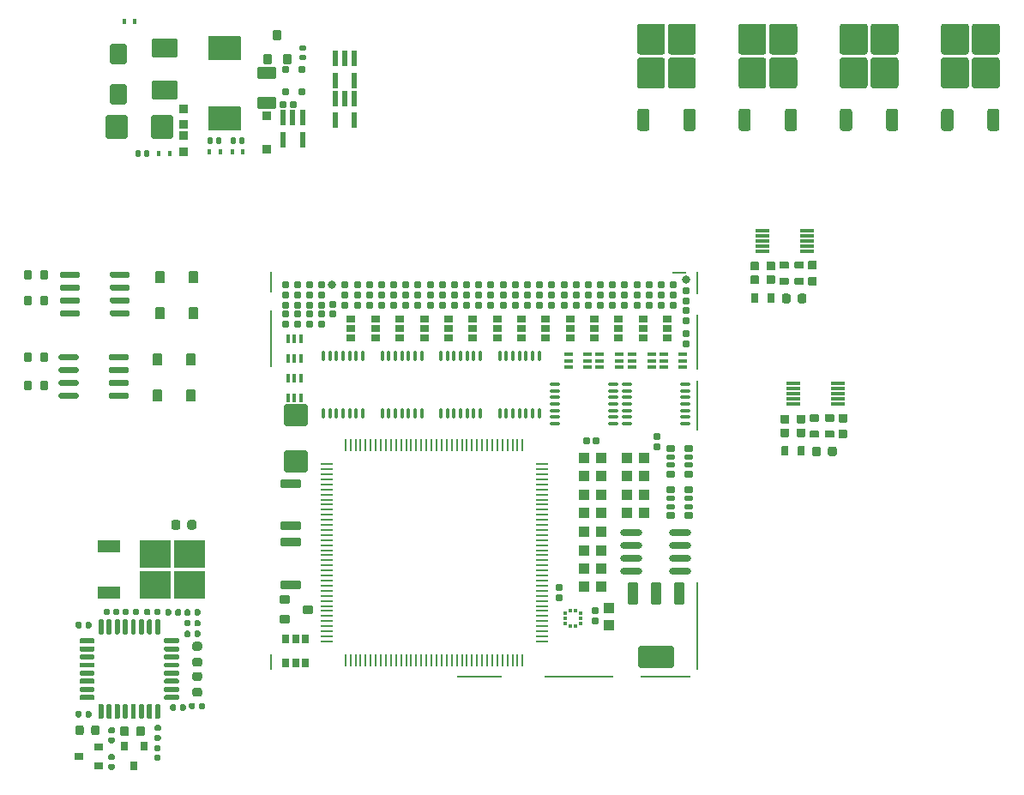
<source format=gtp>
G75*
G70*
%OFA0B0*%
%FSLAX25Y25*%
%IPPOS*%
%LPD*%
%AMOC8*
5,1,8,0,0,1.08239X$1,22.5*
%
%AMM148*
21,1,0.035430,0.030320,-0.000000,-0.000000,270.000000*
21,1,0.028350,0.037400,-0.000000,-0.000000,270.000000*
1,1,0.007090,-0.015160,-0.014170*
1,1,0.007090,-0.015160,0.014170*
1,1,0.007090,0.015160,0.014170*
1,1,0.007090,0.015160,-0.014170*
%
%AMM149*
21,1,0.043310,0.075980,-0.000000,-0.000000,180.000000*
21,1,0.034650,0.084650,-0.000000,-0.000000,180.000000*
1,1,0.008660,-0.017320,0.037990*
1,1,0.008660,0.017320,0.037990*
1,1,0.008660,0.017320,-0.037990*
1,1,0.008660,-0.017320,-0.037990*
%
%AMM150*
21,1,0.043310,0.075990,-0.000000,-0.000000,180.000000*
21,1,0.034650,0.084650,-0.000000,-0.000000,180.000000*
1,1,0.008660,-0.017320,0.037990*
1,1,0.008660,0.017320,0.037990*
1,1,0.008660,0.017320,-0.037990*
1,1,0.008660,-0.017320,-0.037990*
%
%AMM151*
21,1,0.137800,0.067720,-0.000000,-0.000000,180.000000*
21,1,0.120870,0.084650,-0.000000,-0.000000,180.000000*
1,1,0.016930,-0.060430,0.033860*
1,1,0.016930,0.060430,0.033860*
1,1,0.016930,0.060430,-0.033860*
1,1,0.016930,-0.060430,-0.033860*
%
%AMM152*
21,1,0.039370,0.035430,-0.000000,-0.000000,180.000000*
21,1,0.031500,0.043310,-0.000000,-0.000000,180.000000*
1,1,0.007870,-0.015750,0.017720*
1,1,0.007870,0.015750,0.017720*
1,1,0.007870,0.015750,-0.017720*
1,1,0.007870,-0.015750,-0.017720*
%
%AMM153*
21,1,0.023620,0.030710,-0.000000,-0.000000,0.000000*
21,1,0.018900,0.035430,-0.000000,-0.000000,0.000000*
1,1,0.004720,0.009450,-0.015350*
1,1,0.004720,-0.009450,-0.015350*
1,1,0.004720,-0.009450,0.015350*
1,1,0.004720,0.009450,0.015350*
%
%AMM154*
21,1,0.027560,0.018900,-0.000000,-0.000000,0.000000*
21,1,0.022840,0.023620,-0.000000,-0.000000,0.000000*
1,1,0.004720,0.011420,-0.009450*
1,1,0.004720,-0.011420,-0.009450*
1,1,0.004720,-0.011420,0.009450*
1,1,0.004720,0.011420,0.009450*
%
%AMM155*
21,1,0.023620,0.030710,-0.000000,-0.000000,90.000000*
21,1,0.018900,0.035430,-0.000000,-0.000000,90.000000*
1,1,0.004720,0.015350,0.009450*
1,1,0.004720,0.015350,-0.009450*
1,1,0.004720,-0.015350,-0.009450*
1,1,0.004720,-0.015350,0.009450*
%
%AMM156*
21,1,0.086610,0.073230,-0.000000,-0.000000,270.000000*
21,1,0.069290,0.090550,-0.000000,-0.000000,270.000000*
1,1,0.017320,-0.036610,-0.034650*
1,1,0.017320,-0.036610,0.034650*
1,1,0.017320,0.036610,0.034650*
1,1,0.017320,0.036610,-0.034650*
%
%AMM157*
21,1,0.025590,0.026380,-0.000000,-0.000000,270.000000*
21,1,0.020470,0.031500,-0.000000,-0.000000,270.000000*
1,1,0.005120,-0.013190,-0.010240*
1,1,0.005120,-0.013190,0.010240*
1,1,0.005120,0.013190,0.010240*
1,1,0.005120,0.013190,-0.010240*
%
%AMM158*
21,1,0.017720,0.027950,-0.000000,-0.000000,270.000000*
21,1,0.014170,0.031500,-0.000000,-0.000000,270.000000*
1,1,0.003540,-0.013980,-0.007090*
1,1,0.003540,-0.013980,0.007090*
1,1,0.003540,0.013980,0.007090*
1,1,0.003540,0.013980,-0.007090*
%
%AMM159*
21,1,0.031500,0.072440,-0.000000,-0.000000,270.000000*
21,1,0.025200,0.078740,-0.000000,-0.000000,270.000000*
1,1,0.006300,-0.036220,-0.012600*
1,1,0.006300,-0.036220,0.012600*
1,1,0.006300,0.036220,0.012600*
1,1,0.006300,0.036220,-0.012600*
%
%AMM160*
21,1,0.012600,0.028980,-0.000000,-0.000000,270.000000*
21,1,0.010080,0.031500,-0.000000,-0.000000,270.000000*
1,1,0.002520,-0.014490,-0.005040*
1,1,0.002520,-0.014490,0.005040*
1,1,0.002520,0.014490,0.005040*
1,1,0.002520,0.014490,-0.005040*
%
%AMM161*
21,1,0.012600,0.028980,-0.000000,-0.000000,0.000000*
21,1,0.010080,0.031500,-0.000000,-0.000000,0.000000*
1,1,0.002520,0.005040,-0.014490*
1,1,0.002520,-0.005040,-0.014490*
1,1,0.002520,-0.005040,0.014490*
1,1,0.002520,0.005040,0.014490*
%
%AMM162*
21,1,0.039370,0.035430,-0.000000,-0.000000,90.000000*
21,1,0.031500,0.043310,-0.000000,-0.000000,90.000000*
1,1,0.007870,0.017720,0.015750*
1,1,0.007870,0.017720,-0.015750*
1,1,0.007870,-0.017720,-0.015750*
1,1,0.007870,-0.017720,0.015750*
%
%AMM163*
21,1,0.027560,0.018900,-0.000000,-0.000000,270.000000*
21,1,0.022840,0.023620,-0.000000,-0.000000,270.000000*
1,1,0.004720,-0.009450,-0.011420*
1,1,0.004720,-0.009450,0.011420*
1,1,0.004720,0.009450,0.011420*
1,1,0.004720,0.009450,-0.011420*
%
%AMM224*
21,1,0.021650,0.052760,0.000000,-0.000000,180.000000*
21,1,0.017320,0.057090,0.000000,-0.000000,180.000000*
1,1,0.004330,-0.008660,0.026380*
1,1,0.004330,0.008660,0.026380*
1,1,0.004330,0.008660,-0.026380*
1,1,0.004330,-0.008660,-0.026380*
%
%AMM227*
21,1,0.019680,0.019680,0.000000,-0.000000,180.000000*
21,1,0.015750,0.023620,0.000000,-0.000000,180.000000*
1,1,0.003940,-0.007870,0.009840*
1,1,0.003940,0.007870,0.009840*
1,1,0.003940,0.007870,-0.009840*
1,1,0.003940,-0.007870,-0.009840*
%
%AMM229*
21,1,0.019680,0.019680,0.000000,-0.000000,270.000000*
21,1,0.015750,0.023620,0.000000,-0.000000,270.000000*
1,1,0.003940,-0.009840,-0.007870*
1,1,0.003940,-0.009840,0.007870*
1,1,0.003940,0.009840,0.007870*
1,1,0.003940,0.009840,-0.007870*
%
%AMM284*
21,1,0.086610,0.073230,0.000000,-0.000000,180.000000*
21,1,0.069290,0.090550,0.000000,-0.000000,180.000000*
1,1,0.017320,-0.034650,0.036610*
1,1,0.017320,0.034650,0.036610*
1,1,0.017320,0.034650,-0.036610*
1,1,0.017320,-0.034650,-0.036610*
%
%AMM285*
21,1,0.094490,0.111020,0.000000,-0.000000,270.000000*
21,1,0.075590,0.129920,0.000000,-0.000000,270.000000*
1,1,0.018900,-0.055510,-0.037800*
1,1,0.018900,-0.055510,0.037800*
1,1,0.018900,0.055510,0.037800*
1,1,0.018900,0.055510,-0.037800*
%
%AMM286*
21,1,0.074800,0.083460,0.000000,-0.000000,270.000000*
21,1,0.059840,0.098430,0.000000,-0.000000,270.000000*
1,1,0.014960,-0.041730,-0.029920*
1,1,0.014960,-0.041730,0.029920*
1,1,0.014960,0.041730,0.029920*
1,1,0.014960,0.041730,-0.029920*
%
%AMM287*
21,1,0.078740,0.053540,0.000000,-0.000000,90.000000*
21,1,0.065350,0.066930,0.000000,-0.000000,90.000000*
1,1,0.013390,0.026770,0.032680*
1,1,0.013390,0.026770,-0.032680*
1,1,0.013390,-0.026770,-0.032680*
1,1,0.013390,-0.026770,0.032680*
%
%AMM288*
21,1,0.035430,0.030320,0.000000,-0.000000,0.000000*
21,1,0.028350,0.037400,0.000000,-0.000000,0.000000*
1,1,0.007090,0.014170,-0.015160*
1,1,0.007090,-0.014170,-0.015160*
1,1,0.007090,-0.014170,0.015160*
1,1,0.007090,0.014170,0.015160*
%
%AMM289*
21,1,0.035830,0.026770,0.000000,-0.000000,270.000000*
21,1,0.029130,0.033470,0.000000,-0.000000,270.000000*
1,1,0.006690,-0.013390,-0.014570*
1,1,0.006690,-0.013390,0.014570*
1,1,0.006690,0.013390,0.014570*
1,1,0.006690,0.013390,-0.014570*
%
%AMM290*
21,1,0.070870,0.036220,0.000000,-0.000000,0.000000*
21,1,0.061810,0.045280,0.000000,-0.000000,0.000000*
1,1,0.009060,0.030910,-0.018110*
1,1,0.009060,-0.030910,-0.018110*
1,1,0.009060,-0.030910,0.018110*
1,1,0.009060,0.030910,0.018110*
%
%AMM291*
21,1,0.033470,0.026770,0.000000,-0.000000,270.000000*
21,1,0.026770,0.033470,0.000000,-0.000000,270.000000*
1,1,0.006690,-0.013390,-0.013390*
1,1,0.006690,-0.013390,0.013390*
1,1,0.006690,0.013390,0.013390*
1,1,0.006690,0.013390,-0.013390*
%
%AMM292*
21,1,0.015750,0.016540,0.000000,-0.000000,180.000000*
21,1,0.012600,0.019680,0.000000,-0.000000,180.000000*
1,1,0.003150,-0.006300,0.008270*
1,1,0.003150,0.006300,0.008270*
1,1,0.003150,0.006300,-0.008270*
1,1,0.003150,-0.006300,-0.008270*
%
%AMM293*
21,1,0.023620,0.018900,0.000000,-0.000000,0.000000*
21,1,0.018900,0.023620,0.000000,-0.000000,0.000000*
1,1,0.004720,0.009450,-0.009450*
1,1,0.004720,-0.009450,-0.009450*
1,1,0.004720,-0.009450,0.009450*
1,1,0.004720,0.009450,0.009450*
%
%ADD14R,0.00787X0.09055*%
%ADD15R,0.00787X0.21260*%
%ADD16R,0.00787X0.33858*%
%ADD17R,0.00787X0.19685*%
%ADD177R,0.03543X0.03150*%
%ADD18R,0.05512X0.00787*%
%ADD181R,0.03150X0.03543*%
%ADD19R,0.19685X0.00787*%
%ADD20R,0.26772X0.00787*%
%ADD21R,0.17717X0.00787*%
%ADD22R,0.00787X0.06299*%
%ADD23R,0.00787X0.22441*%
%ADD24R,0.00787X0.07874*%
%ADD313M148*%
%ADD314M149*%
%ADD315M150*%
%ADD316M151*%
%ADD317M152*%
%ADD318M153*%
%ADD319M154*%
%ADD320M155*%
%ADD321M156*%
%ADD322M157*%
%ADD323M158*%
%ADD324M159*%
%ADD325M160*%
%ADD326M161*%
%ADD327M162*%
%ADD328M163*%
%ADD389M224*%
%ADD392M227*%
%ADD394M229*%
%ADD399R,0.08661X0.04724*%
%ADD403R,0.12008X0.10827*%
%ADD459M284*%
%ADD460M285*%
%ADD461M286*%
%ADD462M287*%
%ADD463M288*%
%ADD464M289*%
%ADD465M290*%
%ADD466M291*%
%ADD467M292*%
%ADD468M293*%
%ADD50C,0.03150*%
%ADD64R,0.05512X0.01181*%
%ADD68O,0.00866X0.05118*%
%ADD69O,0.05118X0.00866*%
%ADD82O,0.01181X0.04331*%
%ADD83O,0.04331X0.01181*%
%ADD85O,0.08661X0.02362*%
%ADD87R,0.01476X0.01378*%
%ADD88R,0.01378X0.01476*%
X0000000Y0000000D02*
%LPD*%
G01*
G36*
G01*
X0071622Y0183709D02*
X0071622Y0179693D01*
G75*
G02*
X0071268Y0179339I-000354J0000000D01*
G01*
X0068433Y0179339D01*
G75*
G02*
X0068079Y0179693I0000000J0000354D01*
G01*
X0068079Y0183709D01*
G75*
G02*
X0068433Y0184063I0000354J0000000D01*
G01*
X0071268Y0184063D01*
G75*
G02*
X0071622Y0183709I0000000J-000354D01*
G01*
G37*
G36*
G01*
X0058630Y0183709D02*
X0058630Y0179693D01*
G75*
G02*
X0058276Y0179339I-000354J0000000D01*
G01*
X0055441Y0179339D01*
G75*
G02*
X0055087Y0179693I0000000J0000354D01*
G01*
X0055087Y0183709D01*
G75*
G02*
X0055441Y0184063I0000354J0000000D01*
G01*
X0058276Y0184063D01*
G75*
G02*
X0058630Y0183709I0000000J-000354D01*
G01*
G37*
G36*
G01*
X0019012Y0214110D02*
X0019012Y0215291D01*
G75*
G02*
X0019602Y0215882I0000591J0000000D01*
G01*
X0026098Y0215882D01*
G75*
G02*
X0026689Y0215291I0000000J-000591D01*
G01*
X0026689Y0214110D01*
G75*
G02*
X0026098Y0213520I-000591J0000000D01*
G01*
X0019602Y0213520D01*
G75*
G02*
X0019012Y0214110I0000000J0000591D01*
G01*
G37*
G36*
G01*
X0019012Y0209110D02*
X0019012Y0210291D01*
G75*
G02*
X0019602Y0210882I0000591J0000000D01*
G01*
X0026098Y0210882D01*
G75*
G02*
X0026689Y0210291I0000000J-000591D01*
G01*
X0026689Y0209110D01*
G75*
G02*
X0026098Y0208520I-000591J0000000D01*
G01*
X0019602Y0208520D01*
G75*
G02*
X0019012Y0209110I0000000J0000591D01*
G01*
G37*
G36*
G01*
X0019012Y0204110D02*
X0019012Y0205291D01*
G75*
G02*
X0019602Y0205882I0000591J0000000D01*
G01*
X0026098Y0205882D01*
G75*
G02*
X0026689Y0205291I0000000J-000591D01*
G01*
X0026689Y0204110D01*
G75*
G02*
X0026098Y0203520I-000591J0000000D01*
G01*
X0019602Y0203520D01*
G75*
G02*
X0019012Y0204110I0000000J0000591D01*
G01*
G37*
G36*
G01*
X0019012Y0199110D02*
X0019012Y0200291D01*
G75*
G02*
X0019602Y0200882I0000591J0000000D01*
G01*
X0026098Y0200882D01*
G75*
G02*
X0026689Y0200291I0000000J-000591D01*
G01*
X0026689Y0199110D01*
G75*
G02*
X0026098Y0198520I-000591J0000000D01*
G01*
X0019602Y0198520D01*
G75*
G02*
X0019012Y0199110I0000000J0000591D01*
G01*
G37*
G36*
G01*
X0038500Y0199110D02*
X0038500Y0200291D01*
G75*
G02*
X0039091Y0200882I0000591J0000000D01*
G01*
X0045587Y0200882D01*
G75*
G02*
X0046177Y0200291I0000000J-000591D01*
G01*
X0046177Y0199110D01*
G75*
G02*
X0045587Y0198520I-000591J0000000D01*
G01*
X0039091Y0198520D01*
G75*
G02*
X0038500Y0199110I0000000J0000591D01*
G01*
G37*
G36*
G01*
X0038500Y0204110D02*
X0038500Y0205291D01*
G75*
G02*
X0039091Y0205882I0000591J0000000D01*
G01*
X0045587Y0205882D01*
G75*
G02*
X0046177Y0205291I0000000J-000591D01*
G01*
X0046177Y0204110D01*
G75*
G02*
X0045587Y0203520I-000591J0000000D01*
G01*
X0039091Y0203520D01*
G75*
G02*
X0038500Y0204110I0000000J0000591D01*
G01*
G37*
G36*
G01*
X0038500Y0209110D02*
X0038500Y0210291D01*
G75*
G02*
X0039091Y0210882I0000591J0000000D01*
G01*
X0045587Y0210882D01*
G75*
G02*
X0046177Y0210291I0000000J-000591D01*
G01*
X0046177Y0209110D01*
G75*
G02*
X0045587Y0208520I-000591J0000000D01*
G01*
X0039091Y0208520D01*
G75*
G02*
X0038500Y0209110I0000000J0000591D01*
G01*
G37*
G36*
G01*
X0038500Y0214110D02*
X0038500Y0215291D01*
G75*
G02*
X0039091Y0215882I0000591J0000000D01*
G01*
X0045587Y0215882D01*
G75*
G02*
X0046177Y0215291I0000000J-000591D01*
G01*
X0046177Y0214110D01*
G75*
G02*
X0045587Y0213520I-000591J0000000D01*
G01*
X0039091Y0213520D01*
G75*
G02*
X0038500Y0214110I0000000J0000591D01*
G01*
G37*
G36*
G01*
X0325882Y0270567D02*
X0323126Y0270567D01*
G75*
G02*
X0322142Y0271551I0000000J0000984D01*
G01*
X0322142Y0278244D01*
G75*
G02*
X0323126Y0279228I0000984J0000000D01*
G01*
X0325882Y0279228D01*
G75*
G02*
X0326866Y0278244I0000000J-000984D01*
G01*
X0326866Y0271551D01*
G75*
G02*
X0325882Y0270567I-000984J0000000D01*
G01*
G37*
G36*
G01*
X0331906Y0287102D02*
X0323047Y0287102D01*
G75*
G02*
X0322063Y0288087I0000000J0000984D01*
G01*
X0322063Y0298126D01*
G75*
G02*
X0323047Y0299110I0000984J0000000D01*
G01*
X0331906Y0299110D01*
G75*
G02*
X0332890Y0298126I0000000J-000984D01*
G01*
X0332890Y0288087D01*
G75*
G02*
X0331906Y0287102I-000984J0000000D01*
G01*
G37*
G36*
G01*
X0343913Y0287102D02*
X0335055Y0287102D01*
G75*
G02*
X0334071Y0288087I0000000J0000984D01*
G01*
X0334071Y0298126D01*
G75*
G02*
X0335055Y0299110I0000984J0000000D01*
G01*
X0343913Y0299110D01*
G75*
G02*
X0344898Y0298126I0000000J-000984D01*
G01*
X0344898Y0288087D01*
G75*
G02*
X0343913Y0287102I-000984J0000000D01*
G01*
G37*
G36*
G01*
X0331906Y0300291D02*
X0323047Y0300291D01*
G75*
G02*
X0322063Y0301276I0000000J0000984D01*
G01*
X0322063Y0311315D01*
G75*
G02*
X0323047Y0312299I0000984J0000000D01*
G01*
X0331906Y0312299D01*
G75*
G02*
X0332890Y0311315I0000000J-000984D01*
G01*
X0332890Y0301276D01*
G75*
G02*
X0331906Y0300291I-000984J0000000D01*
G01*
G37*
G36*
G01*
X0343913Y0300291D02*
X0335055Y0300291D01*
G75*
G02*
X0334071Y0301276I0000000J0000984D01*
G01*
X0334071Y0311315D01*
G75*
G02*
X0335055Y0312299I0000984J0000000D01*
G01*
X0343913Y0312299D01*
G75*
G02*
X0344898Y0311315I0000000J-000984D01*
G01*
X0344898Y0301276D01*
G75*
G02*
X0343913Y0300291I-000984J0000000D01*
G01*
G37*
G36*
G01*
X0343835Y0270567D02*
X0341079Y0270567D01*
G75*
G02*
X0340094Y0271551I0000000J0000984D01*
G01*
X0340094Y0278244D01*
G75*
G02*
X0341079Y0279228I0000984J0000000D01*
G01*
X0343835Y0279228D01*
G75*
G02*
X0344819Y0278244I0000000J-000984D01*
G01*
X0344819Y0271551D01*
G75*
G02*
X0343835Y0270567I-000984J0000000D01*
G01*
G37*
G36*
G01*
X0005173Y0203165D02*
X0005173Y0206236D01*
G75*
G02*
X0005449Y0206512I0000276J0000000D01*
G01*
X0007654Y0206512D01*
G75*
G02*
X0007929Y0206236I0000000J-000276D01*
G01*
X0007929Y0203165D01*
G75*
G02*
X0007654Y0202890I-000276J0000000D01*
G01*
X0005449Y0202890D01*
G75*
G02*
X0005173Y0203165I0000000J0000276D01*
G01*
G37*
G36*
G01*
X0011472Y0203165D02*
X0011472Y0206236D01*
G75*
G02*
X0011748Y0206512I0000276J0000000D01*
G01*
X0013953Y0206512D01*
G75*
G02*
X0014228Y0206236I0000000J-000276D01*
G01*
X0014228Y0203165D01*
G75*
G02*
X0013953Y0202890I-000276J0000000D01*
G01*
X0011748Y0202890D01*
G75*
G02*
X0011472Y0203165I0000000J0000276D01*
G01*
G37*
G36*
G01*
X0071622Y0169709D02*
X0071622Y0165693D01*
G75*
G02*
X0071268Y0165339I-000354J0000000D01*
G01*
X0068433Y0165339D01*
G75*
G02*
X0068079Y0165693I0000000J0000354D01*
G01*
X0068079Y0169709D01*
G75*
G02*
X0068433Y0170063I0000354J0000000D01*
G01*
X0071268Y0170063D01*
G75*
G02*
X0071622Y0169709I0000000J-000354D01*
G01*
G37*
G36*
G01*
X0058630Y0169709D02*
X0058630Y0165693D01*
G75*
G02*
X0058276Y0165339I-000354J0000000D01*
G01*
X0055441Y0165339D01*
G75*
G02*
X0055087Y0165693I0000000J0000354D01*
G01*
X0055087Y0169709D01*
G75*
G02*
X0055441Y0170063I0000354J0000000D01*
G01*
X0058276Y0170063D01*
G75*
G02*
X0058630Y0169709I0000000J-000354D01*
G01*
G37*
G36*
G01*
X0005173Y0181165D02*
X0005173Y0184236D01*
G75*
G02*
X0005449Y0184512I0000276J0000000D01*
G01*
X0007654Y0184512D01*
G75*
G02*
X0007929Y0184236I0000000J-000276D01*
G01*
X0007929Y0181165D01*
G75*
G02*
X0007654Y0180890I-000276J0000000D01*
G01*
X0005449Y0180890D01*
G75*
G02*
X0005173Y0181165I0000000J0000276D01*
G01*
G37*
G36*
G01*
X0011472Y0181165D02*
X0011472Y0184236D01*
G75*
G02*
X0011748Y0184512I0000276J0000000D01*
G01*
X0013953Y0184512D01*
G75*
G02*
X0014228Y0184236I0000000J-000276D01*
G01*
X0014228Y0181165D01*
G75*
G02*
X0013953Y0180890I-000276J0000000D01*
G01*
X0011748Y0180890D01*
G75*
G02*
X0011472Y0181165I0000000J0000276D01*
G01*
G37*
G36*
G01*
X0286512Y0270567D02*
X0283756Y0270567D01*
G75*
G02*
X0282772Y0271551I0000000J0000984D01*
G01*
X0282772Y0278244D01*
G75*
G02*
X0283756Y0279228I0000984J0000000D01*
G01*
X0286512Y0279228D01*
G75*
G02*
X0287496Y0278244I0000000J-000984D01*
G01*
X0287496Y0271551D01*
G75*
G02*
X0286512Y0270567I-000984J0000000D01*
G01*
G37*
G36*
G01*
X0292535Y0287102D02*
X0283677Y0287102D01*
G75*
G02*
X0282693Y0288087I0000000J0000984D01*
G01*
X0282693Y0298126D01*
G75*
G02*
X0283677Y0299110I0000984J0000000D01*
G01*
X0292535Y0299110D01*
G75*
G02*
X0293520Y0298126I0000000J-000984D01*
G01*
X0293520Y0288087D01*
G75*
G02*
X0292535Y0287102I-000984J0000000D01*
G01*
G37*
G36*
G01*
X0304543Y0287102D02*
X0295685Y0287102D01*
G75*
G02*
X0294701Y0288087I0000000J0000984D01*
G01*
X0294701Y0298126D01*
G75*
G02*
X0295685Y0299110I0000984J0000000D01*
G01*
X0304543Y0299110D01*
G75*
G02*
X0305528Y0298126I0000000J-000984D01*
G01*
X0305528Y0288087D01*
G75*
G02*
X0304543Y0287102I-000984J0000000D01*
G01*
G37*
G36*
G01*
X0292535Y0300291D02*
X0283677Y0300291D01*
G75*
G02*
X0282693Y0301276I0000000J0000984D01*
G01*
X0282693Y0311315D01*
G75*
G02*
X0283677Y0312299I0000984J0000000D01*
G01*
X0292535Y0312299D01*
G75*
G02*
X0293520Y0311315I0000000J-000984D01*
G01*
X0293520Y0301276D01*
G75*
G02*
X0292535Y0300291I-000984J0000000D01*
G01*
G37*
G36*
G01*
X0304543Y0300291D02*
X0295685Y0300291D01*
G75*
G02*
X0294701Y0301276I0000000J0000984D01*
G01*
X0294701Y0311315D01*
G75*
G02*
X0295685Y0312299I0000984J0000000D01*
G01*
X0304543Y0312299D01*
G75*
G02*
X0305528Y0311315I0000000J-000984D01*
G01*
X0305528Y0301276D01*
G75*
G02*
X0304543Y0300291I-000984J0000000D01*
G01*
G37*
G36*
G01*
X0304465Y0270567D02*
X0301709Y0270567D01*
G75*
G02*
X0300724Y0271551I0000000J0000984D01*
G01*
X0300724Y0278244D01*
G75*
G02*
X0301709Y0279228I0000984J0000000D01*
G01*
X0304465Y0279228D01*
G75*
G02*
X0305449Y0278244I0000000J-000984D01*
G01*
X0305449Y0271551D01*
G75*
G02*
X0304465Y0270567I-000984J0000000D01*
G01*
G37*
G36*
G01*
X0005173Y0170165D02*
X0005173Y0173236D01*
G75*
G02*
X0005449Y0173512I0000276J0000000D01*
G01*
X0007654Y0173512D01*
G75*
G02*
X0007929Y0173236I0000000J-000276D01*
G01*
X0007929Y0170165D01*
G75*
G02*
X0007654Y0169890I-000276J0000000D01*
G01*
X0005449Y0169890D01*
G75*
G02*
X0005173Y0170165I0000000J0000276D01*
G01*
G37*
G36*
G01*
X0011472Y0170165D02*
X0011472Y0173236D01*
G75*
G02*
X0011748Y0173512I0000276J0000000D01*
G01*
X0013953Y0173512D01*
G75*
G02*
X0014228Y0173236I0000000J-000276D01*
G01*
X0014228Y0170165D01*
G75*
G02*
X0013953Y0169890I-000276J0000000D01*
G01*
X0011748Y0169890D01*
G75*
G02*
X0011472Y0170165I0000000J0000276D01*
G01*
G37*
G36*
G01*
X0005173Y0213165D02*
X0005173Y0216236D01*
G75*
G02*
X0005449Y0216512I0000276J0000000D01*
G01*
X0007654Y0216512D01*
G75*
G02*
X0007929Y0216236I0000000J-000276D01*
G01*
X0007929Y0213165D01*
G75*
G02*
X0007654Y0212890I-000276J0000000D01*
G01*
X0005449Y0212890D01*
G75*
G02*
X0005173Y0213165I0000000J0000276D01*
G01*
G37*
G36*
G01*
X0011472Y0213165D02*
X0011472Y0216236D01*
G75*
G02*
X0011748Y0216512I0000276J0000000D01*
G01*
X0013953Y0216512D01*
G75*
G02*
X0014228Y0216236I0000000J-000276D01*
G01*
X0014228Y0213165D01*
G75*
G02*
X0013953Y0212890I-000276J0000000D01*
G01*
X0011748Y0212890D01*
G75*
G02*
X0011472Y0213165I0000000J0000276D01*
G01*
G37*
G36*
G01*
X0365252Y0270567D02*
X0362496Y0270567D01*
G75*
G02*
X0361512Y0271551I0000000J0000984D01*
G01*
X0361512Y0278244D01*
G75*
G02*
X0362496Y0279228I0000984J0000000D01*
G01*
X0365252Y0279228D01*
G75*
G02*
X0366236Y0278244I0000000J-000984D01*
G01*
X0366236Y0271551D01*
G75*
G02*
X0365252Y0270567I-000984J0000000D01*
G01*
G37*
G36*
G01*
X0371276Y0287102D02*
X0362417Y0287102D01*
G75*
G02*
X0361433Y0288087I0000000J0000984D01*
G01*
X0361433Y0298126D01*
G75*
G02*
X0362417Y0299110I0000984J0000000D01*
G01*
X0371276Y0299110D01*
G75*
G02*
X0372260Y0298126I0000000J-000984D01*
G01*
X0372260Y0288087D01*
G75*
G02*
X0371276Y0287102I-000984J0000000D01*
G01*
G37*
G36*
G01*
X0383283Y0287102D02*
X0374425Y0287102D01*
G75*
G02*
X0373441Y0288087I0000000J0000984D01*
G01*
X0373441Y0298126D01*
G75*
G02*
X0374425Y0299110I0000984J0000000D01*
G01*
X0383283Y0299110D01*
G75*
G02*
X0384268Y0298126I0000000J-000984D01*
G01*
X0384268Y0288087D01*
G75*
G02*
X0383283Y0287102I-000984J0000000D01*
G01*
G37*
G36*
G01*
X0371276Y0300291D02*
X0362417Y0300291D01*
G75*
G02*
X0361433Y0301276I0000000J0000984D01*
G01*
X0361433Y0311315D01*
G75*
G02*
X0362417Y0312299I0000984J0000000D01*
G01*
X0371276Y0312299D01*
G75*
G02*
X0372260Y0311315I0000000J-000984D01*
G01*
X0372260Y0301276D01*
G75*
G02*
X0371276Y0300291I-000984J0000000D01*
G01*
G37*
G36*
G01*
X0383283Y0300291D02*
X0374425Y0300291D01*
G75*
G02*
X0373441Y0301276I0000000J0000984D01*
G01*
X0373441Y0311315D01*
G75*
G02*
X0374425Y0312299I0000984J0000000D01*
G01*
X0383283Y0312299D01*
G75*
G02*
X0384268Y0311315I0000000J-000984D01*
G01*
X0384268Y0301276D01*
G75*
G02*
X0383283Y0300291I-000984J0000000D01*
G01*
G37*
G36*
G01*
X0383205Y0270567D02*
X0380449Y0270567D01*
G75*
G02*
X0379465Y0271551I0000000J0000984D01*
G01*
X0379465Y0278244D01*
G75*
G02*
X0380449Y0279228I0000984J0000000D01*
G01*
X0383205Y0279228D01*
G75*
G02*
X0384189Y0278244I0000000J-000984D01*
G01*
X0384189Y0271551D01*
G75*
G02*
X0383205Y0270567I-000984J0000000D01*
G01*
G37*
G36*
G01*
X0018524Y0182110D02*
X0018524Y0183291D01*
G75*
G02*
X0019114Y0183882I0000591J0000000D01*
G01*
X0025610Y0183882D01*
G75*
G02*
X0026201Y0183291I0000000J-000591D01*
G01*
X0026201Y0182110D01*
G75*
G02*
X0025610Y0181520I-000591J0000000D01*
G01*
X0019114Y0181520D01*
G75*
G02*
X0018524Y0182110I0000000J0000591D01*
G01*
G37*
G36*
G01*
X0018524Y0177110D02*
X0018524Y0178291D01*
G75*
G02*
X0019114Y0178882I0000591J0000000D01*
G01*
X0025610Y0178882D01*
G75*
G02*
X0026201Y0178291I0000000J-000591D01*
G01*
X0026201Y0177110D01*
G75*
G02*
X0025610Y0176520I-000591J0000000D01*
G01*
X0019114Y0176520D01*
G75*
G02*
X0018524Y0177110I0000000J0000591D01*
G01*
G37*
G36*
G01*
X0018524Y0172110D02*
X0018524Y0173291D01*
G75*
G02*
X0019114Y0173882I0000591J0000000D01*
G01*
X0025610Y0173882D01*
G75*
G02*
X0026201Y0173291I0000000J-000591D01*
G01*
X0026201Y0172110D01*
G75*
G02*
X0025610Y0171520I-000591J0000000D01*
G01*
X0019114Y0171520D01*
G75*
G02*
X0018524Y0172110I0000000J0000591D01*
G01*
G37*
G36*
G01*
X0018524Y0167110D02*
X0018524Y0168291D01*
G75*
G02*
X0019114Y0168882I0000591J0000000D01*
G01*
X0025610Y0168882D01*
G75*
G02*
X0026201Y0168291I0000000J-000591D01*
G01*
X0026201Y0167110D01*
G75*
G02*
X0025610Y0166520I-000591J0000000D01*
G01*
X0019114Y0166520D01*
G75*
G02*
X0018524Y0167110I0000000J0000591D01*
G01*
G37*
G36*
G01*
X0038012Y0167110D02*
X0038012Y0168291D01*
G75*
G02*
X0038602Y0168882I0000591J0000000D01*
G01*
X0045098Y0168882D01*
G75*
G02*
X0045689Y0168291I0000000J-000591D01*
G01*
X0045689Y0167110D01*
G75*
G02*
X0045098Y0166520I-000591J0000000D01*
G01*
X0038602Y0166520D01*
G75*
G02*
X0038012Y0167110I0000000J0000591D01*
G01*
G37*
G36*
G01*
X0038012Y0172110D02*
X0038012Y0173291D01*
G75*
G02*
X0038602Y0173882I0000591J0000000D01*
G01*
X0045098Y0173882D01*
G75*
G02*
X0045689Y0173291I0000000J-000591D01*
G01*
X0045689Y0172110D01*
G75*
G02*
X0045098Y0171520I-000591J0000000D01*
G01*
X0038602Y0171520D01*
G75*
G02*
X0038012Y0172110I0000000J0000591D01*
G01*
G37*
G36*
G01*
X0038012Y0177110D02*
X0038012Y0178291D01*
G75*
G02*
X0038602Y0178882I0000591J0000000D01*
G01*
X0045098Y0178882D01*
G75*
G02*
X0045689Y0178291I0000000J-000591D01*
G01*
X0045689Y0177110D01*
G75*
G02*
X0045098Y0176520I-000591J0000000D01*
G01*
X0038602Y0176520D01*
G75*
G02*
X0038012Y0177110I0000000J0000591D01*
G01*
G37*
G36*
G01*
X0038012Y0182110D02*
X0038012Y0183291D01*
G75*
G02*
X0038602Y0183882I0000591J0000000D01*
G01*
X0045098Y0183882D01*
G75*
G02*
X0045689Y0183291I0000000J-000591D01*
G01*
X0045689Y0182110D01*
G75*
G02*
X0045098Y0181520I-000591J0000000D01*
G01*
X0038602Y0181520D01*
G75*
G02*
X0038012Y0182110I0000000J0000591D01*
G01*
G37*
G36*
G01*
X0072622Y0215709D02*
X0072622Y0211693D01*
G75*
G02*
X0072268Y0211339I-000354J0000000D01*
G01*
X0069433Y0211339D01*
G75*
G02*
X0069079Y0211693I0000000J0000354D01*
G01*
X0069079Y0215709D01*
G75*
G02*
X0069433Y0216063I0000354J0000000D01*
G01*
X0072268Y0216063D01*
G75*
G02*
X0072622Y0215709I0000000J-000354D01*
G01*
G37*
G36*
G01*
X0059630Y0215709D02*
X0059630Y0211693D01*
G75*
G02*
X0059276Y0211339I-000354J0000000D01*
G01*
X0056441Y0211339D01*
G75*
G02*
X0056087Y0211693I0000000J0000354D01*
G01*
X0056087Y0215709D01*
G75*
G02*
X0056441Y0216063I0000354J0000000D01*
G01*
X0059276Y0216063D01*
G75*
G02*
X0059630Y0215709I0000000J-000354D01*
G01*
G37*
G36*
G01*
X0072622Y0201709D02*
X0072622Y0197693D01*
G75*
G02*
X0072268Y0197339I-000354J0000000D01*
G01*
X0069433Y0197339D01*
G75*
G02*
X0069079Y0197693I0000000J0000354D01*
G01*
X0069079Y0201709D01*
G75*
G02*
X0069433Y0202063I0000354J0000000D01*
G01*
X0072268Y0202063D01*
G75*
G02*
X0072622Y0201709I0000000J-000354D01*
G01*
G37*
G36*
G01*
X0059630Y0201709D02*
X0059630Y0197693D01*
G75*
G02*
X0059276Y0197339I-000354J0000000D01*
G01*
X0056441Y0197339D01*
G75*
G02*
X0056087Y0197693I0000000J0000354D01*
G01*
X0056087Y0201709D01*
G75*
G02*
X0056441Y0202063I0000354J0000000D01*
G01*
X0059276Y0202063D01*
G75*
G02*
X0059630Y0201709I0000000J-000354D01*
G01*
G37*
G36*
G01*
X0247142Y0270567D02*
X0244386Y0270567D01*
G75*
G02*
X0243402Y0271551I0000000J0000984D01*
G01*
X0243402Y0278244D01*
G75*
G02*
X0244386Y0279228I0000984J0000000D01*
G01*
X0247142Y0279228D01*
G75*
G02*
X0248126Y0278244I0000000J-000984D01*
G01*
X0248126Y0271551D01*
G75*
G02*
X0247142Y0270567I-000984J0000000D01*
G01*
G37*
G36*
G01*
X0253165Y0287102D02*
X0244307Y0287102D01*
G75*
G02*
X0243323Y0288087I0000000J0000984D01*
G01*
X0243323Y0298126D01*
G75*
G02*
X0244307Y0299110I0000984J0000000D01*
G01*
X0253165Y0299110D01*
G75*
G02*
X0254150Y0298126I0000000J-000984D01*
G01*
X0254150Y0288087D01*
G75*
G02*
X0253165Y0287102I-000984J0000000D01*
G01*
G37*
G36*
G01*
X0265173Y0287102D02*
X0256315Y0287102D01*
G75*
G02*
X0255331Y0288087I0000000J0000984D01*
G01*
X0255331Y0298126D01*
G75*
G02*
X0256315Y0299110I0000984J0000000D01*
G01*
X0265173Y0299110D01*
G75*
G02*
X0266157Y0298126I0000000J-000984D01*
G01*
X0266157Y0288087D01*
G75*
G02*
X0265173Y0287102I-000984J0000000D01*
G01*
G37*
G36*
G01*
X0253165Y0300291D02*
X0244307Y0300291D01*
G75*
G02*
X0243323Y0301276I0000000J0000984D01*
G01*
X0243323Y0311315D01*
G75*
G02*
X0244307Y0312299I0000984J0000000D01*
G01*
X0253165Y0312299D01*
G75*
G02*
X0254150Y0311315I0000000J-000984D01*
G01*
X0254150Y0301276D01*
G75*
G02*
X0253165Y0300291I-000984J0000000D01*
G01*
G37*
G36*
G01*
X0265173Y0300291D02*
X0256315Y0300291D01*
G75*
G02*
X0255331Y0301276I0000000J0000984D01*
G01*
X0255331Y0311315D01*
G75*
G02*
X0256315Y0312299I0000984J0000000D01*
G01*
X0265173Y0312299D01*
G75*
G02*
X0266157Y0311315I0000000J-000984D01*
G01*
X0266157Y0301276D01*
G75*
G02*
X0265173Y0300291I-000984J0000000D01*
G01*
G37*
G36*
G01*
X0265094Y0270567D02*
X0262339Y0270567D01*
G75*
G02*
X0261354Y0271551I0000000J0000984D01*
G01*
X0261354Y0278244D01*
G75*
G02*
X0262339Y0279228I0000984J0000000D01*
G01*
X0265094Y0279228D01*
G75*
G02*
X0266079Y0278244I0000000J-000984D01*
G01*
X0266079Y0271551D01*
G75*
G02*
X0265094Y0270567I-000984J0000000D01*
G01*
G37*
X0343327Y0236945D02*
%LPD*%
G01*
D64*
X0309469Y0223953D03*
X0309469Y0225921D03*
X0309469Y0227890D03*
X0309469Y0229858D03*
X0309469Y0231827D03*
X0292146Y0231827D03*
X0292146Y0229858D03*
X0292146Y0227890D03*
X0292146Y0225921D03*
X0292146Y0223953D03*
G36*
G01*
X0301949Y0210764D02*
X0298878Y0210764D01*
G75*
G02*
X0298603Y0211039I0000000J0000276D01*
G01*
X0298603Y0213244D01*
G75*
G02*
X0298878Y0213520I0000276J0000000D01*
G01*
X0301949Y0213520D01*
G75*
G02*
X0302225Y0213244I0000000J-000276D01*
G01*
X0302225Y0211039D01*
G75*
G02*
X0301949Y0210764I-000276J0000000D01*
G01*
G37*
G36*
G01*
X0301949Y0217063D02*
X0298878Y0217063D01*
G75*
G02*
X0298603Y0217339I0000000J0000276D01*
G01*
X0298603Y0219543D01*
G75*
G02*
X0298878Y0219819I0000276J0000000D01*
G01*
X0301949Y0219819D01*
G75*
G02*
X0302225Y0219543I0000000J-000276D01*
G01*
X0302225Y0217339D01*
G75*
G02*
X0301949Y0217063I-000276J0000000D01*
G01*
G37*
G36*
G01*
X0287618Y0204110D02*
X0287618Y0207181D01*
G75*
G02*
X0287894Y0207457I0000276J0000000D01*
G01*
X0290099Y0207457D01*
G75*
G02*
X0290374Y0207181I0000000J-000276D01*
G01*
X0290374Y0204110D01*
G75*
G02*
X0290099Y0203835I-000276J0000000D01*
G01*
X0287894Y0203835D01*
G75*
G02*
X0287618Y0204110I0000000J0000276D01*
G01*
G37*
G36*
G01*
X0293918Y0204110D02*
X0293918Y0207181D01*
G75*
G02*
X0294193Y0207457I0000276J0000000D01*
G01*
X0296398Y0207457D01*
G75*
G02*
X0296673Y0207181I0000000J-000276D01*
G01*
X0296673Y0204110D01*
G75*
G02*
X0296398Y0203835I-000276J0000000D01*
G01*
X0294193Y0203835D01*
G75*
G02*
X0293918Y0204110I0000000J0000276D01*
G01*
G37*
G36*
G01*
X0307855Y0210764D02*
X0304784Y0210764D01*
G75*
G02*
X0304508Y0211039I0000000J0000276D01*
G01*
X0304508Y0213244D01*
G75*
G02*
X0304784Y0213520I0000276J0000000D01*
G01*
X0307855Y0213520D01*
G75*
G02*
X0308130Y0213244I0000000J-000276D01*
G01*
X0308130Y0211039D01*
G75*
G02*
X0307855Y0210764I-000276J0000000D01*
G01*
G37*
G36*
G01*
X0307855Y0217063D02*
X0304784Y0217063D01*
G75*
G02*
X0304508Y0217339I0000000J0000276D01*
G01*
X0304508Y0219543D01*
G75*
G02*
X0304784Y0219819I0000276J0000000D01*
G01*
X0307855Y0219819D01*
G75*
G02*
X0308130Y0219543I0000000J-000276D01*
G01*
X0308130Y0217339D01*
G75*
G02*
X0307855Y0217063I-000276J0000000D01*
G01*
G37*
G36*
G01*
X0299528Y0204440D02*
X0299528Y0206458D01*
G75*
G02*
X0300389Y0207319I0000861J0000000D01*
G01*
X0302111Y0207319D01*
G75*
G02*
X0302973Y0206458I0000000J-000861D01*
G01*
X0302973Y0204440D01*
G75*
G02*
X0302111Y0203579I-000861J0000000D01*
G01*
X0300389Y0203579D01*
G75*
G02*
X0299528Y0204440I0000000J0000861D01*
G01*
G37*
G36*
G01*
X0305729Y0204440D02*
X0305729Y0206458D01*
G75*
G02*
X0306590Y0207319I0000861J0000000D01*
G01*
X0308312Y0207319D01*
G75*
G02*
X0309173Y0206458I0000000J-000861D01*
G01*
X0309173Y0204440D01*
G75*
G02*
X0308312Y0203579I-000861J0000000D01*
G01*
X0306590Y0203579D01*
G75*
G02*
X0305729Y0204440I0000000J0000861D01*
G01*
G37*
G36*
G01*
X0293583Y0211402D02*
X0293583Y0214079D01*
G75*
G02*
X0293918Y0214414I0000335J0000000D01*
G01*
X0296595Y0214414D01*
G75*
G02*
X0296929Y0214079I0000000J-000335D01*
G01*
X0296929Y0211402D01*
G75*
G02*
X0296595Y0211067I-000335J0000000D01*
G01*
X0293918Y0211067D01*
G75*
G02*
X0293583Y0211402I0000000J0000335D01*
G01*
G37*
G36*
G01*
X0287362Y0211402D02*
X0287362Y0214079D01*
G75*
G02*
X0287697Y0214414I0000335J0000000D01*
G01*
X0290374Y0214414D01*
G75*
G02*
X0290709Y0214079I0000000J-000335D01*
G01*
X0290709Y0211402D01*
G75*
G02*
X0290374Y0211067I-000335J0000000D01*
G01*
X0287697Y0211067D01*
G75*
G02*
X0287362Y0211402I0000000J0000335D01*
G01*
G37*
G36*
G01*
X0287362Y0216709D02*
X0287362Y0219386D01*
G75*
G02*
X0287697Y0219721I0000335J0000000D01*
G01*
X0290374Y0219721D01*
G75*
G02*
X0290709Y0219386I0000000J-000335D01*
G01*
X0290709Y0216709D01*
G75*
G02*
X0290374Y0216374I-000335J0000000D01*
G01*
X0287697Y0216374D01*
G75*
G02*
X0287362Y0216709I0000000J0000335D01*
G01*
G37*
G36*
G01*
X0293583Y0216709D02*
X0293583Y0219386D01*
G75*
G02*
X0293918Y0219721I0000335J0000000D01*
G01*
X0296595Y0219721D01*
G75*
G02*
X0296929Y0219386I0000000J-000335D01*
G01*
X0296929Y0216709D01*
G75*
G02*
X0296595Y0216374I-000335J0000000D01*
G01*
X0293918Y0216374D01*
G75*
G02*
X0293583Y0216709I0000000J0000335D01*
G01*
G37*
G36*
G01*
X0312776Y0210508D02*
X0310099Y0210508D01*
G75*
G02*
X0309764Y0210843I0000000J0000335D01*
G01*
X0309764Y0213520D01*
G75*
G02*
X0310099Y0213854I0000335J0000000D01*
G01*
X0312776Y0213854D01*
G75*
G02*
X0313110Y0213520I0000000J-000335D01*
G01*
X0313110Y0210843D01*
G75*
G02*
X0312776Y0210508I-000335J0000000D01*
G01*
G37*
G36*
G01*
X0312776Y0216728D02*
X0310099Y0216728D01*
G75*
G02*
X0309764Y0217063I0000000J0000335D01*
G01*
X0309764Y0219740D01*
G75*
G02*
X0310099Y0220075I0000335J0000000D01*
G01*
X0312776Y0220075D01*
G75*
G02*
X0313110Y0219740I0000000J-000335D01*
G01*
X0313110Y0217063D01*
G75*
G02*
X0312776Y0216728I-000335J0000000D01*
G01*
G37*
X0267228Y0215882D02*
G01*
G75*
D15*
X0266834Y0188323D02*
D03*
D14*
X0266834Y0211354D02*
D03*
D17*
X0266834Y0163914D02*
D03*
D24*
X0101086Y0211945D02*
D03*
D19*
X0254236Y0058402D02*
D03*
D20*
X0220771Y0058402D02*
D03*
D21*
X0181992Y0058402D02*
D03*
D23*
X0101086Y0189701D02*
D03*
D22*
X0101086Y0064307D02*
D03*
D18*
X0259748Y0215488D02*
D03*
D16*
X0266834Y0078087D02*
D03*
D68*
X0198823Y0064799D02*
D03*
X0196854Y0064799D02*
D03*
X0194886Y0064799D02*
D03*
X0192917Y0064799D02*
D03*
X0190949Y0064799D02*
D03*
X0188980Y0064799D02*
D03*
X0187012Y0064799D02*
D03*
X0185043Y0064799D02*
D03*
X0183075Y0064799D02*
D03*
X0181106Y0064799D02*
D03*
X0179138Y0064799D02*
D03*
X0177169Y0064799D02*
D03*
X0175200Y0064799D02*
D03*
X0173232Y0064799D02*
D03*
X0171263Y0064799D02*
D03*
X0169295Y0064799D02*
D03*
X0167326Y0064799D02*
D03*
X0165358Y0064799D02*
D03*
X0163389Y0064799D02*
D03*
X0161421Y0064799D02*
D03*
X0159452Y0064799D02*
D03*
X0157484Y0064799D02*
D03*
X0155515Y0064799D02*
D03*
X0153547Y0064799D02*
D03*
X0151578Y0064799D02*
D03*
X0149610Y0064799D02*
D03*
X0147641Y0064799D02*
D03*
X0145673Y0064799D02*
D03*
X0143704Y0064799D02*
D03*
X0141736Y0064799D02*
D03*
X0139767Y0064799D02*
D03*
X0137799Y0064799D02*
D03*
X0135830Y0064799D02*
D03*
X0133862Y0064799D02*
D03*
X0131893Y0064799D02*
D03*
X0129925Y0064799D02*
D03*
X0129925Y0148461D02*
D03*
X0131893Y0148461D02*
D03*
X0133862Y0148461D02*
D03*
X0135830Y0148461D02*
D03*
X0137799Y0148461D02*
D03*
X0139767Y0148461D02*
D03*
X0141736Y0148461D02*
D03*
X0143704Y0148461D02*
D03*
X0145673Y0148461D02*
D03*
X0147641Y0148461D02*
D03*
X0149610Y0148461D02*
D03*
X0151578Y0148461D02*
D03*
X0153547Y0148461D02*
D03*
X0155515Y0148461D02*
D03*
X0157484Y0148461D02*
D03*
X0159452Y0148461D02*
D03*
X0161421Y0148461D02*
D03*
X0163389Y0148461D02*
D03*
X0165358Y0148461D02*
D03*
X0167326Y0148461D02*
D03*
X0169295Y0148461D02*
D03*
X0171263Y0148461D02*
D03*
X0173232Y0148461D02*
D03*
X0175200Y0148461D02*
D03*
X0177169Y0148461D02*
D03*
X0179138Y0148461D02*
D03*
X0181106Y0148461D02*
D03*
X0183075Y0148461D02*
D03*
X0185043Y0148461D02*
D03*
X0187012Y0148461D02*
D03*
X0188980Y0148461D02*
D03*
X0190949Y0148461D02*
D03*
X0192917Y0148461D02*
D03*
X0194886Y0148461D02*
D03*
X0196854Y0148461D02*
D03*
X0198823Y0148461D02*
D03*
D69*
X0122543Y0072181D02*
D03*
X0122543Y0074150D02*
D03*
X0122543Y0076118D02*
D03*
X0122543Y0078087D02*
D03*
X0122543Y0080055D02*
D03*
X0122543Y0082024D02*
D03*
X0122543Y0083992D02*
D03*
X0122543Y0085961D02*
D03*
X0122543Y0087929D02*
D03*
X0122543Y0089898D02*
D03*
X0122543Y0091866D02*
D03*
X0122543Y0093835D02*
D03*
X0122543Y0095803D02*
D03*
X0122543Y0097772D02*
D03*
X0122543Y0099740D02*
D03*
X0122543Y0101709D02*
D03*
X0122543Y0103677D02*
D03*
X0122543Y0105646D02*
D03*
X0122543Y0107614D02*
D03*
X0122543Y0109583D02*
D03*
X0122543Y0111551D02*
D03*
X0122543Y0113520D02*
D03*
X0122543Y0115488D02*
D03*
X0122543Y0117457D02*
D03*
X0122543Y0119425D02*
D03*
X0122543Y0121394D02*
D03*
X0122543Y0123362D02*
D03*
X0122543Y0125331D02*
D03*
X0122543Y0127299D02*
D03*
X0122543Y0129268D02*
D03*
X0122543Y0131236D02*
D03*
X0122543Y0133205D02*
D03*
X0122543Y0135173D02*
D03*
X0122543Y0137142D02*
D03*
X0122543Y0139110D02*
D03*
X0122543Y0141079D02*
D03*
X0206204Y0141079D02*
D03*
X0206204Y0139110D02*
D03*
X0206204Y0137142D02*
D03*
X0206204Y0135173D02*
D03*
X0206204Y0133205D02*
D03*
X0206204Y0131236D02*
D03*
X0206204Y0129268D02*
D03*
X0206204Y0127299D02*
D03*
X0206204Y0125331D02*
D03*
X0206204Y0123362D02*
D03*
X0206204Y0121394D02*
D03*
X0206204Y0119425D02*
D03*
X0206204Y0117457D02*
D03*
X0206204Y0115488D02*
D03*
X0206204Y0113520D02*
D03*
X0206204Y0111551D02*
D03*
X0206204Y0109583D02*
D03*
X0206204Y0107614D02*
D03*
X0206204Y0105646D02*
D03*
X0206204Y0103677D02*
D03*
X0206204Y0101709D02*
D03*
X0206204Y0099740D02*
D03*
X0206204Y0097772D02*
D03*
X0206204Y0095803D02*
D03*
X0206204Y0093835D02*
D03*
X0206204Y0091866D02*
D03*
X0206204Y0089898D02*
D03*
X0206204Y0087929D02*
D03*
X0206204Y0085961D02*
D03*
X0206204Y0083992D02*
D03*
X0206204Y0082024D02*
D03*
X0206204Y0080055D02*
D03*
X0206204Y0078087D02*
D03*
X0206204Y0076118D02*
D03*
X0206204Y0074150D02*
D03*
X0206204Y0072181D02*
D03*
D313*
X0106198Y0088370D02*
D03*
X0115450Y0084630D02*
D03*
D313*
X0106198Y0080890D02*
D03*
D314*
X0259748Y0090685D02*
D03*
X0241637Y0090685D02*
D03*
D315*
X0250693Y0090685D02*
D03*
D316*
X0250693Y0066276D02*
D03*
D317*
X0229433Y0114701D02*
D03*
X0222740Y0114701D02*
D03*
X0222740Y0107614D02*
D03*
X0229433Y0107614D02*
D03*
X0229433Y0100528D02*
D03*
X0222740Y0100528D02*
D03*
X0222740Y0093441D02*
D03*
X0229433Y0093441D02*
D03*
X0239275Y0122181D02*
D03*
X0245968Y0122181D02*
D03*
X0222740Y0122181D02*
D03*
X0229433Y0122181D02*
D03*
X0239275Y0129268D02*
D03*
X0245968Y0129268D02*
D03*
X0222740Y0129268D02*
D03*
X0229433Y0129268D02*
D03*
X0239275Y0136354D02*
D03*
X0245968Y0136354D02*
D03*
X0222740Y0136354D02*
D03*
X0229433Y0136354D02*
D03*
X0245968Y0143441D02*
D03*
X0239275Y0143441D02*
D03*
X0222740Y0143441D02*
D03*
X0229433Y0143441D02*
D03*
D318*
X0106797Y0063743D02*
D03*
X0110537Y0063743D02*
D03*
X0114278Y0063743D02*
D03*
X0114278Y0073192D02*
D03*
X0110537Y0073192D02*
D03*
X0106797Y0073192D02*
D03*
D319*
X0262504Y0208402D02*
D03*
X0262504Y0204465D02*
D03*
X0116047Y0195410D02*
D03*
X0116047Y0199347D02*
D03*
X0219590Y0206827D02*
D03*
X0219590Y0210764D02*
D03*
X0205417Y0206827D02*
D03*
X0205417Y0210764D02*
D03*
X0186519Y0202890D02*
D03*
X0186519Y0206827D02*
D03*
X0186519Y0210764D02*
D03*
X0186519Y0206827D02*
D03*
X0177070Y0206827D02*
D03*
X0177070Y0202890D02*
D03*
X0177070Y0206827D02*
D03*
X0177070Y0210764D02*
D03*
X0153448Y0202890D02*
D03*
X0153448Y0206827D02*
D03*
X0129826Y0206827D02*
D03*
X0129826Y0202890D02*
D03*
X0129826Y0206827D02*
D03*
X0129826Y0210764D02*
D03*
X0213192Y0093047D02*
D03*
X0213192Y0089110D02*
D03*
X0125102Y0203284D02*
D03*
X0125102Y0199347D02*
D03*
X0262504Y0187732D02*
D03*
X0262504Y0191669D02*
D03*
X0251086Y0151709D02*
D03*
X0251086Y0147772D02*
D03*
X0106598Y0199347D02*
D03*
X0106598Y0195410D02*
D03*
X0111323Y0199347D02*
D03*
X0111323Y0195410D02*
D03*
X0120771Y0199347D02*
D03*
X0120771Y0195410D02*
D03*
X0257385Y0206827D02*
D03*
X0257385Y0202890D02*
D03*
X0252661Y0206827D02*
D03*
X0252661Y0202890D02*
D03*
X0247937Y0206827D02*
D03*
X0247937Y0202890D02*
D03*
X0243212Y0206827D02*
D03*
X0243212Y0202890D02*
D03*
X0257385Y0206827D02*
D03*
X0257385Y0210764D02*
D03*
X0252661Y0206827D02*
D03*
X0252661Y0210764D02*
D03*
X0247937Y0206827D02*
D03*
X0247937Y0210764D02*
D03*
X0243212Y0206827D02*
D03*
X0243212Y0210764D02*
D03*
X0238488Y0206827D02*
D03*
X0238488Y0202890D02*
D03*
X0233763Y0206827D02*
D03*
X0233763Y0202890D02*
D03*
X0229039Y0206827D02*
D03*
X0229039Y0202890D02*
D03*
X0224197Y0206827D02*
D03*
X0224197Y0202890D02*
D03*
X0238488Y0206827D02*
D03*
X0238488Y0210764D02*
D03*
X0233763Y0206827D02*
D03*
X0233763Y0210764D02*
D03*
X0229039Y0206827D02*
D03*
X0229039Y0210764D02*
D03*
X0224315Y0206827D02*
D03*
X0224315Y0210764D02*
D03*
X0219590Y0206827D02*
D03*
X0219590Y0202890D02*
D03*
X0214866Y0206827D02*
D03*
X0214866Y0202890D02*
D03*
X0210141Y0206827D02*
D03*
X0210141Y0202890D02*
D03*
X0205417Y0206827D02*
D03*
X0205417Y0202890D02*
D03*
X0214866Y0206827D02*
D03*
X0214866Y0210764D02*
D03*
X0210141Y0206827D02*
D03*
X0210141Y0210764D02*
D03*
X0200692Y0202890D02*
D03*
X0200692Y0206827D02*
D03*
X0195968Y0202890D02*
D03*
X0195968Y0206827D02*
D03*
X0191244Y0202890D02*
D03*
X0191244Y0206827D02*
D03*
X0200692Y0210764D02*
D03*
X0200692Y0206827D02*
D03*
X0195968Y0210764D02*
D03*
X0195968Y0206827D02*
D03*
X0191244Y0210764D02*
D03*
X0191244Y0206827D02*
D03*
X0181795Y0206827D02*
D03*
X0181795Y0202890D02*
D03*
X0172346Y0206827D02*
D03*
X0172346Y0202890D02*
D03*
X0167622Y0206827D02*
D03*
X0167622Y0202890D02*
D03*
X0181795Y0206827D02*
D03*
X0181795Y0210764D02*
D03*
X0172346Y0206827D02*
D03*
X0172346Y0210764D02*
D03*
X0167622Y0206827D02*
D03*
X0167622Y0210764D02*
D03*
X0162897Y0202890D02*
D03*
X0162897Y0206827D02*
D03*
X0158173Y0202890D02*
D03*
X0158173Y0206827D02*
D03*
X0148724Y0202890D02*
D03*
X0148724Y0206827D02*
D03*
X0162897Y0210764D02*
D03*
X0162897Y0206827D02*
D03*
X0158173Y0210764D02*
D03*
X0158173Y0206827D02*
D03*
X0153448Y0210764D02*
D03*
X0153448Y0206827D02*
D03*
X0148724Y0210764D02*
D03*
X0148724Y0206827D02*
D03*
X0144000Y0206827D02*
D03*
X0144000Y0202890D02*
D03*
X0139275Y0206827D02*
D03*
X0139275Y0202890D02*
D03*
X0134551Y0206827D02*
D03*
X0134551Y0202890D02*
D03*
X0144000Y0206827D02*
D03*
X0144000Y0210764D02*
D03*
X0139275Y0206827D02*
D03*
X0139275Y0210764D02*
D03*
X0134551Y0206827D02*
D03*
X0134551Y0210764D02*
D03*
X0120771Y0202890D02*
D03*
X0120771Y0206827D02*
D03*
X0116047Y0202890D02*
D03*
X0116047Y0206827D02*
D03*
X0111323Y0202890D02*
D03*
X0111323Y0206827D02*
D03*
X0106598Y0202890D02*
D03*
X0106598Y0206827D02*
D03*
X0120771Y0210764D02*
D03*
X0120771Y0206827D02*
D03*
X0116047Y0210764D02*
D03*
X0116047Y0206827D02*
D03*
X0111323Y0210764D02*
D03*
X0111323Y0206827D02*
D03*
X0106598Y0210764D02*
D03*
X0106598Y0206827D02*
D03*
X0262504Y0196788D02*
D03*
X0262504Y0200725D02*
D03*
X0227071Y0083992D02*
D03*
X0227071Y0080055D02*
D03*
D320*
X0207779Y0190095D02*
D03*
X0207779Y0193835D02*
D03*
X0207779Y0197575D02*
D03*
X0217228Y0197575D02*
D03*
X0217228Y0193835D02*
D03*
X0217228Y0190095D02*
D03*
X0245574Y0190095D02*
D03*
X0245574Y0193835D02*
D03*
X0245574Y0197575D02*
D03*
X0255023Y0197575D02*
D03*
X0255023Y0193835D02*
D03*
X0255023Y0190095D02*
D03*
X0226677Y0190095D02*
D03*
X0226677Y0193835D02*
D03*
X0226677Y0197575D02*
D03*
X0236126Y0197575D02*
D03*
X0236126Y0193835D02*
D03*
X0236126Y0190095D02*
D03*
X0188881Y0190095D02*
D03*
X0188881Y0193835D02*
D03*
X0188881Y0197575D02*
D03*
X0198330Y0197575D02*
D03*
X0198330Y0193835D02*
D03*
X0198330Y0190095D02*
D03*
X0169984Y0190095D02*
D03*
X0169984Y0193835D02*
D03*
X0169984Y0197575D02*
D03*
X0179433Y0197575D02*
D03*
X0179433Y0193835D02*
D03*
X0179433Y0190095D02*
D03*
X0151086Y0190095D02*
D03*
X0151086Y0193835D02*
D03*
X0151086Y0197575D02*
D03*
X0160535Y0197575D02*
D03*
X0160535Y0193835D02*
D03*
X0160535Y0190095D02*
D03*
X0132189Y0190095D02*
D03*
X0132189Y0193835D02*
D03*
X0132189Y0197575D02*
D03*
X0141637Y0197575D02*
D03*
X0141637Y0193835D02*
D03*
X0141637Y0190095D02*
D03*
D321*
X0110535Y0159977D02*
D03*
X0110535Y0142260D02*
D03*
D50*
X0124826Y0210764D02*
D03*
X0262504Y0212732D02*
D03*
D322*
X0256204Y0137240D02*
D03*
X0263291Y0137240D02*
D03*
X0263291Y0147280D02*
D03*
X0256204Y0147280D02*
D03*
X0256204Y0131138D02*
D03*
X0263291Y0131138D02*
D03*
X0263291Y0121098D02*
D03*
X0256204Y0121098D02*
D03*
D323*
X0263291Y0143835D02*
D03*
X0263291Y0140685D02*
D03*
X0256204Y0140685D02*
D03*
X0256204Y0143835D02*
D03*
X0256204Y0127693D02*
D03*
X0256204Y0124543D02*
D03*
X0263291Y0124543D02*
D03*
X0263291Y0127693D02*
D03*
D324*
X0108567Y0094229D02*
D03*
X0108567Y0110764D02*
D03*
X0108567Y0133598D02*
D03*
X0108567Y0117063D02*
D03*
D82*
X0121362Y0160764D02*
D03*
X0123921Y0160764D02*
D03*
X0126480Y0160764D02*
D03*
X0129039Y0160764D02*
D03*
X0131598Y0160764D02*
D03*
X0134157Y0160764D02*
D03*
X0136716Y0160764D02*
D03*
X0121362Y0183205D02*
D03*
X0123921Y0183205D02*
D03*
X0126480Y0183205D02*
D03*
X0129039Y0183205D02*
D03*
X0131598Y0183205D02*
D03*
X0134157Y0183205D02*
D03*
X0136716Y0183205D02*
D03*
X0189866Y0160764D02*
D03*
X0192425Y0160764D02*
D03*
X0194984Y0160764D02*
D03*
X0197543Y0160764D02*
D03*
X0200102Y0160764D02*
D03*
X0202661Y0160764D02*
D03*
X0205220Y0160764D02*
D03*
X0189866Y0183205D02*
D03*
X0192425Y0183205D02*
D03*
X0194984Y0183205D02*
D03*
X0197543Y0183205D02*
D03*
X0200102Y0183205D02*
D03*
X0202661Y0183205D02*
D03*
X0205220Y0183205D02*
D03*
X0167031Y0160764D02*
D03*
X0169590Y0160764D02*
D03*
X0172149Y0160764D02*
D03*
X0174708Y0160764D02*
D03*
X0177267Y0160764D02*
D03*
X0179826Y0160764D02*
D03*
X0182385Y0160764D02*
D03*
X0167031Y0183205D02*
D03*
X0169590Y0183205D02*
D03*
X0172149Y0183205D02*
D03*
X0174708Y0183205D02*
D03*
X0177267Y0183205D02*
D03*
X0179826Y0183205D02*
D03*
X0182385Y0183205D02*
D03*
X0144197Y0160764D02*
D03*
X0146756Y0160764D02*
D03*
X0149315Y0160764D02*
D03*
X0151874Y0160764D02*
D03*
X0154433Y0160764D02*
D03*
X0156992Y0160764D02*
D03*
X0159551Y0160764D02*
D03*
X0144197Y0183205D02*
D03*
X0146756Y0183205D02*
D03*
X0149315Y0183205D02*
D03*
X0151874Y0183205D02*
D03*
X0154433Y0183205D02*
D03*
X0156992Y0183205D02*
D03*
X0159551Y0183205D02*
D03*
D83*
X0211519Y0172181D02*
D03*
X0211519Y0169622D02*
D03*
X0211519Y0167063D02*
D03*
X0211519Y0164504D02*
D03*
X0211519Y0161945D02*
D03*
X0211519Y0159386D02*
D03*
X0211519Y0156827D02*
D03*
X0233960Y0172181D02*
D03*
X0233960Y0169622D02*
D03*
X0233960Y0167063D02*
D03*
X0233960Y0164504D02*
D03*
X0233960Y0161945D02*
D03*
X0233960Y0159386D02*
D03*
X0233960Y0156827D02*
D03*
X0239472Y0172181D02*
D03*
X0239472Y0169622D02*
D03*
X0239472Y0167063D02*
D03*
X0239472Y0164504D02*
D03*
X0239472Y0161945D02*
D03*
X0239472Y0159386D02*
D03*
X0239472Y0156827D02*
D03*
X0261913Y0172181D02*
D03*
X0261913Y0169622D02*
D03*
X0261913Y0167063D02*
D03*
X0261913Y0164504D02*
D03*
X0261913Y0161945D02*
D03*
X0261913Y0159386D02*
D03*
X0261913Y0156827D02*
D03*
D325*
X0228842Y0183795D02*
D03*
X0228842Y0181236D02*
D03*
X0228842Y0178677D02*
D03*
X0236322Y0183795D02*
D03*
X0236322Y0181236D02*
D03*
X0236322Y0178677D02*
D03*
X0248921Y0178677D02*
D03*
X0248921Y0181236D02*
D03*
X0248921Y0183795D02*
D03*
X0241441Y0178677D02*
D03*
X0241441Y0181236D02*
D03*
X0241441Y0183795D02*
D03*
X0253645Y0183795D02*
D03*
X0253645Y0181236D02*
D03*
X0253645Y0178677D02*
D03*
X0261126Y0183795D02*
D03*
X0261126Y0181236D02*
D03*
X0261126Y0178677D02*
D03*
X0224118Y0178677D02*
D03*
X0224118Y0181236D02*
D03*
X0224118Y0183795D02*
D03*
X0216637Y0178677D02*
D03*
X0216637Y0181236D02*
D03*
X0216637Y0183795D02*
D03*
D85*
X0259944Y0099325D02*
D03*
X0259944Y0104325D02*
D03*
X0259944Y0109325D02*
D03*
X0259944Y0114325D02*
D03*
X0241046Y0099325D02*
D03*
X0241046Y0104325D02*
D03*
X0241046Y0109325D02*
D03*
X0241046Y0114325D02*
D03*
D326*
X0107582Y0166866D02*
D03*
X0110141Y0166866D02*
D03*
X0112700Y0166866D02*
D03*
X0107582Y0174347D02*
D03*
X0110141Y0174347D02*
D03*
X0112700Y0174347D02*
D03*
X0107582Y0182221D02*
D03*
X0110141Y0182221D02*
D03*
X0112700Y0182221D02*
D03*
X0107582Y0189701D02*
D03*
X0110141Y0189701D02*
D03*
X0112700Y0189701D02*
D03*
D87*
X0221411Y0083205D02*
D03*
X0221411Y0081236D02*
D03*
X0221411Y0079268D02*
D03*
X0215407Y0079268D02*
D03*
X0215407Y0081236D02*
D03*
X0215407Y0083205D02*
D03*
D88*
X0219393Y0078234D02*
D03*
X0217425Y0078234D02*
D03*
X0217425Y0084238D02*
D03*
X0219393Y0084238D02*
D03*
D327*
X0232287Y0085173D02*
D03*
X0232287Y0078480D02*
D03*
D328*
X0223527Y0150134D02*
D03*
X0227464Y0150134D02*
D03*
X0123252Y0305008D02*
G01*
G75*
D389*
X0133476Y0290303D02*
D03*
X0125996Y0290303D02*
D03*
X0125996Y0298768D02*
D03*
X0129736Y0298768D02*
D03*
X0133476Y0274654D02*
D03*
X0125996Y0274654D02*
D03*
X0125996Y0283118D02*
D03*
X0129736Y0283118D02*
D03*
D389*
X0133476Y0298768D02*
D03*
X0133476Y0283118D02*
D03*
X0077850Y0016701D02*
%LPD*%
G01*
G36*
G01*
X0042141Y0084309D02*
X0042141Y0082951D01*
G75*
G02*
X0041561Y0082370I-000581J0000000D01*
G01*
X0040399Y0082370D01*
G75*
G02*
X0039819Y0082951I0000000J0000581D01*
G01*
X0039819Y0084309D01*
G75*
G02*
X0040399Y0084890I0000581J0000000D01*
G01*
X0041561Y0084890D01*
G75*
G02*
X0042141Y0084309I0000000J-000581D01*
G01*
G37*
G36*
G01*
X0038322Y0084309D02*
X0038322Y0082951D01*
G75*
G02*
X0037742Y0082370I-000581J0000000D01*
G01*
X0036580Y0082370D01*
G75*
G02*
X0036000Y0082951I0000000J0000581D01*
G01*
X0036000Y0084309D01*
G75*
G02*
X0036580Y0084890I0000581J0000000D01*
G01*
X0037742Y0084890D01*
G75*
G02*
X0038322Y0084309I0000000J-000581D01*
G01*
G37*
G36*
G01*
X0057565Y0025736D02*
X0056206Y0025736D01*
G75*
G02*
X0055626Y0026317I0000000J0000581D01*
G01*
X0055626Y0027479D01*
G75*
G02*
X0056206Y0028059I0000581J0000000D01*
G01*
X0057565Y0028059D01*
G75*
G02*
X0058145Y0027479I0000000J-000581D01*
G01*
X0058145Y0026317D01*
G75*
G02*
X0057565Y0025736I-000581J0000000D01*
G01*
G37*
G36*
G01*
X0057565Y0029555D02*
X0056206Y0029555D01*
G75*
G02*
X0055626Y0030136I0000000J0000581D01*
G01*
X0055626Y0031297D01*
G75*
G02*
X0056206Y0031878I0000581J0000000D01*
G01*
X0057565Y0031878D01*
G75*
G02*
X0058145Y0031297I0000000J-000581D01*
G01*
X0058145Y0030136D01*
G75*
G02*
X0057565Y0029555I-000581J0000000D01*
G01*
G37*
G36*
G01*
X0042368Y0036263D02*
X0042368Y0038281D01*
G75*
G02*
X0043229Y0039142I0000861J0000000D01*
G01*
X0044951Y0039142D01*
G75*
G02*
X0045813Y0038281I0000000J-000861D01*
G01*
X0045813Y0036263D01*
G75*
G02*
X0044951Y0035402I-000861J0000000D01*
G01*
X0043229Y0035402D01*
G75*
G02*
X0042368Y0036263I0000000J0000861D01*
G01*
G37*
G36*
G01*
X0048569Y0036263D02*
X0048569Y0038281D01*
G75*
G02*
X0049430Y0039142I0000861J0000000D01*
G01*
X0051152Y0039142D01*
G75*
G02*
X0052013Y0038281I0000000J-000861D01*
G01*
X0052013Y0036263D01*
G75*
G02*
X0051152Y0035402I-000861J0000000D01*
G01*
X0049430Y0035402D01*
G75*
G02*
X0048569Y0036263I0000000J0000861D01*
G01*
G37*
G36*
G01*
X0067397Y0082754D02*
X0067397Y0084112D01*
G75*
G02*
X0067978Y0084693I0000581J0000000D01*
G01*
X0069139Y0084693D01*
G75*
G02*
X0069720Y0084112I0000000J-000581D01*
G01*
X0069720Y0082754D01*
G75*
G02*
X0069139Y0082173I-000581J0000000D01*
G01*
X0067978Y0082173D01*
G75*
G02*
X0067397Y0082754I0000000J0000581D01*
G01*
G37*
G36*
G01*
X0071216Y0082754D02*
X0071216Y0084112D01*
G75*
G02*
X0071797Y0084693I0000581J0000000D01*
G01*
X0072958Y0084693D01*
G75*
G02*
X0073539Y0084112I0000000J-000581D01*
G01*
X0073539Y0082754D01*
G75*
G02*
X0072958Y0082173I-000581J0000000D01*
G01*
X0071797Y0082173D01*
G75*
G02*
X0071216Y0082754I0000000J0000581D01*
G01*
G37*
D181*
X0051570Y0031563D03*
X0044090Y0031563D03*
X0047830Y0023689D03*
G36*
G01*
X0067397Y0078571D02*
X0067397Y0079929D01*
G75*
G02*
X0067978Y0080510I0000581J0000000D01*
G01*
X0069139Y0080510D01*
G75*
G02*
X0069720Y0079929I0000000J-000581D01*
G01*
X0069720Y0078571D01*
G75*
G02*
X0069139Y0077990I-000581J0000000D01*
G01*
X0067978Y0077990D01*
G75*
G02*
X0067397Y0078571I0000000J0000581D01*
G01*
G37*
G36*
G01*
X0071216Y0078571D02*
X0071216Y0079929D01*
G75*
G02*
X0071797Y0080510I0000581J0000000D01*
G01*
X0072958Y0080510D01*
G75*
G02*
X0073539Y0079929I0000000J-000581D01*
G01*
X0073539Y0078571D01*
G75*
G02*
X0072958Y0077990I-000581J0000000D01*
G01*
X0071797Y0077990D01*
G75*
G02*
X0071216Y0078571I0000000J0000581D01*
G01*
G37*
G36*
G01*
X0043480Y0082951D02*
X0043480Y0084309D01*
G75*
G02*
X0044061Y0084890I0000581J0000000D01*
G01*
X0045222Y0084890D01*
G75*
G02*
X0045803Y0084309I0000000J-000581D01*
G01*
X0045803Y0082951D01*
G75*
G02*
X0045222Y0082370I-000581J0000000D01*
G01*
X0044061Y0082370D01*
G75*
G02*
X0043480Y0082951I0000000J0000581D01*
G01*
G37*
G36*
G01*
X0047299Y0082951D02*
X0047299Y0084309D01*
G75*
G02*
X0047880Y0084890I0000581J0000000D01*
G01*
X0049041Y0084890D01*
G75*
G02*
X0049622Y0084309I0000000J-000581D01*
G01*
X0049622Y0082951D01*
G75*
G02*
X0049041Y0082370I-000581J0000000D01*
G01*
X0047880Y0082370D01*
G75*
G02*
X0047299Y0082951I0000000J0000581D01*
G01*
G37*
G36*
G01*
X0031216Y0079191D02*
X0031216Y0077833D01*
G75*
G02*
X0030635Y0077252I-000581J0000000D01*
G01*
X0029474Y0077252D01*
G75*
G02*
X0028893Y0077833I0000000J0000581D01*
G01*
X0028893Y0079191D01*
G75*
G02*
X0029474Y0079772I0000581J0000000D01*
G01*
X0030635Y0079772D01*
G75*
G02*
X0031216Y0079191I0000000J-000581D01*
G01*
G37*
G36*
G01*
X0027397Y0079191D02*
X0027397Y0077833D01*
G75*
G02*
X0026817Y0077252I-000581J0000000D01*
G01*
X0025655Y0077252D01*
G75*
G02*
X0025074Y0077833I0000000J0000581D01*
G01*
X0025074Y0079191D01*
G75*
G02*
X0025655Y0079772I0000581J0000000D01*
G01*
X0026817Y0079772D01*
G75*
G02*
X0027397Y0079191I0000000J-000581D01*
G01*
G37*
G36*
G01*
X0057988Y0084309D02*
X0057988Y0082951D01*
G75*
G02*
X0057407Y0082370I-000581J0000000D01*
G01*
X0056246Y0082370D01*
G75*
G02*
X0055665Y0082951I0000000J0000581D01*
G01*
X0055665Y0084309D01*
G75*
G02*
X0056246Y0084890I0000581J0000000D01*
G01*
X0057407Y0084890D01*
G75*
G02*
X0057988Y0084309I0000000J-000581D01*
G01*
G37*
G36*
G01*
X0054169Y0084309D02*
X0054169Y0082951D01*
G75*
G02*
X0053588Y0082370I-000581J0000000D01*
G01*
X0052427Y0082370D01*
G75*
G02*
X0051846Y0082951I0000000J0000581D01*
G01*
X0051846Y0084309D01*
G75*
G02*
X0052427Y0084890I0000581J0000000D01*
G01*
X0053588Y0084890D01*
G75*
G02*
X0054169Y0084309I0000000J-000581D01*
G01*
G37*
G36*
G01*
X0031216Y0044545D02*
X0031216Y0043187D01*
G75*
G02*
X0030635Y0042607I-000581J0000000D01*
G01*
X0029474Y0042607D01*
G75*
G02*
X0028893Y0043187I0000000J0000581D01*
G01*
X0028893Y0044545D01*
G75*
G02*
X0029474Y0045126I0000581J0000000D01*
G01*
X0030635Y0045126D01*
G75*
G02*
X0031216Y0044545I0000000J-000581D01*
G01*
G37*
G36*
G01*
X0027397Y0044545D02*
X0027397Y0043187D01*
G75*
G02*
X0026817Y0042607I-000581J0000000D01*
G01*
X0025655Y0042607D01*
G75*
G02*
X0025074Y0043187I0000000J0000581D01*
G01*
X0025074Y0044545D01*
G75*
G02*
X0025655Y0045126I0000581J0000000D01*
G01*
X0026817Y0045126D01*
G75*
G02*
X0027397Y0044545I0000000J-000581D01*
G01*
G37*
D403*
X0056098Y0106012D03*
X0056098Y0094004D03*
X0069287Y0106012D03*
X0069287Y0094004D03*
D399*
X0037889Y0108984D03*
X0037889Y0091032D03*
G36*
G01*
X0057663Y0033512D02*
X0056305Y0033512D01*
G75*
G02*
X0055724Y0034093I0000000J0000581D01*
G01*
X0055724Y0035254D01*
G75*
G02*
X0056305Y0035835I0000581J0000000D01*
G01*
X0057663Y0035835D01*
G75*
G02*
X0058244Y0035254I0000000J-000581D01*
G01*
X0058244Y0034093D01*
G75*
G02*
X0057663Y0033512I-000581J0000000D01*
G01*
G37*
G36*
G01*
X0057663Y0037331D02*
X0056305Y0037331D01*
G75*
G02*
X0055724Y0037912I0000000J0000581D01*
G01*
X0055724Y0039073D01*
G75*
G02*
X0056305Y0039654I0000581J0000000D01*
G01*
X0057663Y0039654D01*
G75*
G02*
X0058244Y0039073I0000000J-000581D01*
G01*
X0058244Y0037912D01*
G75*
G02*
X0057663Y0037331I-000581J0000000D01*
G01*
G37*
G36*
G01*
X0071329Y0072016D02*
X0073347Y0072016D01*
G75*
G02*
X0074208Y0071155I0000000J-000861D01*
G01*
X0074208Y0069432D01*
G75*
G02*
X0073347Y0068571I-000861J0000000D01*
G01*
X0071329Y0068571D01*
G75*
G02*
X0070468Y0069432I0000000J0000861D01*
G01*
X0070468Y0071155D01*
G75*
G02*
X0071329Y0072016I0000861J0000000D01*
G01*
G37*
G36*
G01*
X0071329Y0065815D02*
X0073347Y0065815D01*
G75*
G02*
X0074208Y0064954I0000000J-000861D01*
G01*
X0074208Y0063232D01*
G75*
G02*
X0073347Y0062370I-000861J0000000D01*
G01*
X0071329Y0062370D01*
G75*
G02*
X0070468Y0063232I0000000J0000861D01*
G01*
X0070468Y0064954D01*
G75*
G02*
X0071329Y0065815I0000861J0000000D01*
G01*
G37*
G36*
G01*
X0067397Y0074388D02*
X0067397Y0075746D01*
G75*
G02*
X0067978Y0076327I0000581J0000000D01*
G01*
X0069139Y0076327D01*
G75*
G02*
X0069720Y0075746I0000000J-000581D01*
G01*
X0069720Y0074388D01*
G75*
G02*
X0069139Y0073807I-000581J0000000D01*
G01*
X0067978Y0073807D01*
G75*
G02*
X0067397Y0074388I0000000J0000581D01*
G01*
G37*
G36*
G01*
X0071216Y0074388D02*
X0071216Y0075746D01*
G75*
G02*
X0071797Y0076327I0000581J0000000D01*
G01*
X0072958Y0076327D01*
G75*
G02*
X0073539Y0075746I0000000J-000581D01*
G01*
X0073539Y0074388D01*
G75*
G02*
X0072958Y0073807I-000581J0000000D01*
G01*
X0071797Y0073807D01*
G75*
G02*
X0071216Y0074388I0000000J0000581D01*
G01*
G37*
G36*
G01*
X0071944Y0118497D02*
X0071944Y0116480D01*
G75*
G02*
X0071083Y0115618I-000861J0000000D01*
G01*
X0069361Y0115618D01*
G75*
G02*
X0068500Y0116480I0000000J0000861D01*
G01*
X0068500Y0118497D01*
G75*
G02*
X0069361Y0119358I0000861J0000000D01*
G01*
X0071083Y0119358D01*
G75*
G02*
X0071944Y0118497I0000000J-000861D01*
G01*
G37*
G36*
G01*
X0065744Y0118497D02*
X0065744Y0116480D01*
G75*
G02*
X0064882Y0115618I-000861J0000000D01*
G01*
X0063160Y0115618D01*
G75*
G02*
X0062299Y0116480I0000000J0000861D01*
G01*
X0062299Y0118497D01*
G75*
G02*
X0063160Y0119358I0000861J0000000D01*
G01*
X0064882Y0119358D01*
G75*
G02*
X0065744Y0118497I0000000J-000861D01*
G01*
G37*
G36*
G01*
X0073347Y0050658D02*
X0071329Y0050658D01*
G75*
G02*
X0070468Y0051519I0000000J0000861D01*
G01*
X0070468Y0053241D01*
G75*
G02*
X0071329Y0054103I0000861J0000000D01*
G01*
X0073347Y0054103D01*
G75*
G02*
X0074208Y0053241I0000000J-000861D01*
G01*
X0074208Y0051519D01*
G75*
G02*
X0073347Y0050658I-000861J0000000D01*
G01*
G37*
G36*
G01*
X0073347Y0056858D02*
X0071329Y0056858D01*
G75*
G02*
X0070468Y0057720I0000000J0000861D01*
G01*
X0070468Y0059442D01*
G75*
G02*
X0071329Y0060303I0000861J0000000D01*
G01*
X0073347Y0060303D01*
G75*
G02*
X0074208Y0059442I0000000J-000861D01*
G01*
X0074208Y0057720D01*
G75*
G02*
X0073347Y0056858I-000861J0000000D01*
G01*
G37*
G36*
G01*
X0069169Y0046337D02*
X0069169Y0047695D01*
G75*
G02*
X0069750Y0048276I0000581J0000000D01*
G01*
X0070911Y0048276D01*
G75*
G02*
X0071492Y0047695I0000000J-000581D01*
G01*
X0071492Y0046337D01*
G75*
G02*
X0070911Y0045756I-000581J0000000D01*
G01*
X0069750Y0045756D01*
G75*
G02*
X0069169Y0046337I0000000J0000581D01*
G01*
G37*
G36*
G01*
X0072988Y0046337D02*
X0072988Y0047695D01*
G75*
G02*
X0073569Y0048276I0000581J0000000D01*
G01*
X0074730Y0048276D01*
G75*
G02*
X0075311Y0047695I0000000J-000581D01*
G01*
X0075311Y0046337D01*
G75*
G02*
X0074730Y0045756I-000581J0000000D01*
G01*
X0073569Y0045756D01*
G75*
G02*
X0072988Y0046337I0000000J0000581D01*
G01*
G37*
G36*
G01*
X0056492Y0080776D02*
X0057476Y0080776D01*
G75*
G02*
X0057968Y0080284I0000000J-000492D01*
G01*
X0057968Y0075362D01*
G75*
G02*
X0057476Y0074870I-000492J0000000D01*
G01*
X0056492Y0074870D01*
G75*
G02*
X0056000Y0075362I0000000J0000492D01*
G01*
X0056000Y0080284D01*
G75*
G02*
X0056492Y0080776I0000492J0000000D01*
G01*
G37*
G36*
G01*
X0053342Y0080776D02*
X0054326Y0080776D01*
G75*
G02*
X0054819Y0080284I0000000J-000492D01*
G01*
X0054819Y0075362D01*
G75*
G02*
X0054326Y0074870I-000492J0000000D01*
G01*
X0053342Y0074870D01*
G75*
G02*
X0052850Y0075362I0000000J0000492D01*
G01*
X0052850Y0080284D01*
G75*
G02*
X0053342Y0080776I0000492J0000000D01*
G01*
G37*
G36*
G01*
X0050193Y0080776D02*
X0051177Y0080776D01*
G75*
G02*
X0051669Y0080284I0000000J-000492D01*
G01*
X0051669Y0075362D01*
G75*
G02*
X0051177Y0074870I-000492J0000000D01*
G01*
X0050193Y0074870D01*
G75*
G02*
X0049700Y0075362I0000000J0000492D01*
G01*
X0049700Y0080284D01*
G75*
G02*
X0050193Y0080776I0000492J0000000D01*
G01*
G37*
G36*
G01*
X0047043Y0080776D02*
X0048027Y0080776D01*
G75*
G02*
X0048519Y0080284I0000000J-000492D01*
G01*
X0048519Y0075362D01*
G75*
G02*
X0048027Y0074870I-000492J0000000D01*
G01*
X0047043Y0074870D01*
G75*
G02*
X0046551Y0075362I0000000J0000492D01*
G01*
X0046551Y0080284D01*
G75*
G02*
X0047043Y0080776I0000492J0000000D01*
G01*
G37*
G36*
G01*
X0043893Y0080776D02*
X0044878Y0080776D01*
G75*
G02*
X0045370Y0080284I0000000J-000492D01*
G01*
X0045370Y0075362D01*
G75*
G02*
X0044878Y0074870I-000492J0000000D01*
G01*
X0043893Y0074870D01*
G75*
G02*
X0043401Y0075362I0000000J0000492D01*
G01*
X0043401Y0080284D01*
G75*
G02*
X0043893Y0080776I0000492J0000000D01*
G01*
G37*
G36*
G01*
X0040744Y0080776D02*
X0041728Y0080776D01*
G75*
G02*
X0042220Y0080284I0000000J-000492D01*
G01*
X0042220Y0075362D01*
G75*
G02*
X0041728Y0074870I-000492J0000000D01*
G01*
X0040744Y0074870D01*
G75*
G02*
X0040252Y0075362I0000000J0000492D01*
G01*
X0040252Y0080284D01*
G75*
G02*
X0040744Y0080776I0000492J0000000D01*
G01*
G37*
G36*
G01*
X0037594Y0080776D02*
X0038578Y0080776D01*
G75*
G02*
X0039070Y0080284I0000000J-000492D01*
G01*
X0039070Y0075362D01*
G75*
G02*
X0038578Y0074870I-000492J0000000D01*
G01*
X0037594Y0074870D01*
G75*
G02*
X0037102Y0075362I0000000J0000492D01*
G01*
X0037102Y0080284D01*
G75*
G02*
X0037594Y0080776I0000492J0000000D01*
G01*
G37*
G36*
G01*
X0034444Y0080776D02*
X0035429Y0080776D01*
G75*
G02*
X0035921Y0080284I0000000J-000492D01*
G01*
X0035921Y0075362D01*
G75*
G02*
X0035429Y0074870I-000492J0000000D01*
G01*
X0034444Y0074870D01*
G75*
G02*
X0033952Y0075362I0000000J0000492D01*
G01*
X0033952Y0080284D01*
G75*
G02*
X0034444Y0080776I0000492J0000000D01*
G01*
G37*
G36*
G01*
X0027063Y0073394D02*
X0031984Y0073394D01*
G75*
G02*
X0032476Y0072902I0000000J-000492D01*
G01*
X0032476Y0071918D01*
G75*
G02*
X0031984Y0071425I-000492J0000000D01*
G01*
X0027063Y0071425D01*
G75*
G02*
X0026570Y0071918I0000000J0000492D01*
G01*
X0026570Y0072902D01*
G75*
G02*
X0027063Y0073394I0000492J0000000D01*
G01*
G37*
G36*
G01*
X0027063Y0070244D02*
X0031984Y0070244D01*
G75*
G02*
X0032476Y0069752I0000000J-000492D01*
G01*
X0032476Y0068768D01*
G75*
G02*
X0031984Y0068276I-000492J0000000D01*
G01*
X0027063Y0068276D01*
G75*
G02*
X0026570Y0068768I0000000J0000492D01*
G01*
X0026570Y0069752D01*
G75*
G02*
X0027063Y0070244I0000492J0000000D01*
G01*
G37*
G36*
G01*
X0027063Y0067095D02*
X0031984Y0067095D01*
G75*
G02*
X0032476Y0066603I0000000J-000492D01*
G01*
X0032476Y0065618D01*
G75*
G02*
X0031984Y0065126I-000492J0000000D01*
G01*
X0027063Y0065126D01*
G75*
G02*
X0026570Y0065618I0000000J0000492D01*
G01*
X0026570Y0066603D01*
G75*
G02*
X0027063Y0067095I0000492J0000000D01*
G01*
G37*
G36*
G01*
X0027063Y0063945D02*
X0031984Y0063945D01*
G75*
G02*
X0032476Y0063453I0000000J-000492D01*
G01*
X0032476Y0062469D01*
G75*
G02*
X0031984Y0061977I-000492J0000000D01*
G01*
X0027063Y0061977D01*
G75*
G02*
X0026570Y0062469I0000000J0000492D01*
G01*
X0026570Y0063453D01*
G75*
G02*
X0027063Y0063945I0000492J0000000D01*
G01*
G37*
G36*
G01*
X0027063Y0060795D02*
X0031984Y0060795D01*
G75*
G02*
X0032476Y0060303I0000000J-000492D01*
G01*
X0032476Y0059319D01*
G75*
G02*
X0031984Y0058827I-000492J0000000D01*
G01*
X0027063Y0058827D01*
G75*
G02*
X0026570Y0059319I0000000J0000492D01*
G01*
X0026570Y0060303D01*
G75*
G02*
X0027063Y0060795I0000492J0000000D01*
G01*
G37*
G36*
G01*
X0027063Y0057646D02*
X0031984Y0057646D01*
G75*
G02*
X0032476Y0057154I0000000J-000492D01*
G01*
X0032476Y0056170D01*
G75*
G02*
X0031984Y0055677I-000492J0000000D01*
G01*
X0027063Y0055677D01*
G75*
G02*
X0026570Y0056170I0000000J0000492D01*
G01*
X0026570Y0057154D01*
G75*
G02*
X0027063Y0057646I0000492J0000000D01*
G01*
G37*
G36*
G01*
X0027063Y0054496D02*
X0031984Y0054496D01*
G75*
G02*
X0032476Y0054004I0000000J-000492D01*
G01*
X0032476Y0053020D01*
G75*
G02*
X0031984Y0052528I-000492J0000000D01*
G01*
X0027063Y0052528D01*
G75*
G02*
X0026570Y0053020I0000000J0000492D01*
G01*
X0026570Y0054004D01*
G75*
G02*
X0027063Y0054496I0000492J0000000D01*
G01*
G37*
G36*
G01*
X0027063Y0051347D02*
X0031984Y0051347D01*
G75*
G02*
X0032476Y0050855I0000000J-000492D01*
G01*
X0032476Y0049870D01*
G75*
G02*
X0031984Y0049378I-000492J0000000D01*
G01*
X0027063Y0049378D01*
G75*
G02*
X0026570Y0049870I0000000J0000492D01*
G01*
X0026570Y0050855D01*
G75*
G02*
X0027063Y0051347I0000492J0000000D01*
G01*
G37*
G36*
G01*
X0034444Y0047902D02*
X0035429Y0047902D01*
G75*
G02*
X0035921Y0047410I0000000J-000492D01*
G01*
X0035921Y0042488D01*
G75*
G02*
X0035429Y0041996I-000492J0000000D01*
G01*
X0034444Y0041996D01*
G75*
G02*
X0033952Y0042488I0000000J0000492D01*
G01*
X0033952Y0047410D01*
G75*
G02*
X0034444Y0047902I0000492J0000000D01*
G01*
G37*
G36*
G01*
X0037594Y0047902D02*
X0038578Y0047902D01*
G75*
G02*
X0039070Y0047410I0000000J-000492D01*
G01*
X0039070Y0042488D01*
G75*
G02*
X0038578Y0041996I-000492J0000000D01*
G01*
X0037594Y0041996D01*
G75*
G02*
X0037102Y0042488I0000000J0000492D01*
G01*
X0037102Y0047410D01*
G75*
G02*
X0037594Y0047902I0000492J0000000D01*
G01*
G37*
G36*
G01*
X0040744Y0047902D02*
X0041728Y0047902D01*
G75*
G02*
X0042220Y0047410I0000000J-000492D01*
G01*
X0042220Y0042488D01*
G75*
G02*
X0041728Y0041996I-000492J0000000D01*
G01*
X0040744Y0041996D01*
G75*
G02*
X0040252Y0042488I0000000J0000492D01*
G01*
X0040252Y0047410D01*
G75*
G02*
X0040744Y0047902I0000492J0000000D01*
G01*
G37*
G36*
G01*
X0043893Y0047902D02*
X0044878Y0047902D01*
G75*
G02*
X0045370Y0047410I0000000J-000492D01*
G01*
X0045370Y0042488D01*
G75*
G02*
X0044878Y0041996I-000492J0000000D01*
G01*
X0043893Y0041996D01*
G75*
G02*
X0043401Y0042488I0000000J0000492D01*
G01*
X0043401Y0047410D01*
G75*
G02*
X0043893Y0047902I0000492J0000000D01*
G01*
G37*
G36*
G01*
X0047043Y0047902D02*
X0048027Y0047902D01*
G75*
G02*
X0048519Y0047410I0000000J-000492D01*
G01*
X0048519Y0042488D01*
G75*
G02*
X0048027Y0041996I-000492J0000000D01*
G01*
X0047043Y0041996D01*
G75*
G02*
X0046551Y0042488I0000000J0000492D01*
G01*
X0046551Y0047410D01*
G75*
G02*
X0047043Y0047902I0000492J0000000D01*
G01*
G37*
G36*
G01*
X0050193Y0047902D02*
X0051177Y0047902D01*
G75*
G02*
X0051669Y0047410I0000000J-000492D01*
G01*
X0051669Y0042488D01*
G75*
G02*
X0051177Y0041996I-000492J0000000D01*
G01*
X0050193Y0041996D01*
G75*
G02*
X0049700Y0042488I0000000J0000492D01*
G01*
X0049700Y0047410D01*
G75*
G02*
X0050193Y0047902I0000492J0000000D01*
G01*
G37*
G36*
G01*
X0053342Y0047902D02*
X0054326Y0047902D01*
G75*
G02*
X0054819Y0047410I0000000J-000492D01*
G01*
X0054819Y0042488D01*
G75*
G02*
X0054326Y0041996I-000492J0000000D01*
G01*
X0053342Y0041996D01*
G75*
G02*
X0052850Y0042488I0000000J0000492D01*
G01*
X0052850Y0047410D01*
G75*
G02*
X0053342Y0047902I0000492J0000000D01*
G01*
G37*
G36*
G01*
X0056492Y0047902D02*
X0057476Y0047902D01*
G75*
G02*
X0057968Y0047410I0000000J-000492D01*
G01*
X0057968Y0042488D01*
G75*
G02*
X0057476Y0041996I-000492J0000000D01*
G01*
X0056492Y0041996D01*
G75*
G02*
X0056000Y0042488I0000000J0000492D01*
G01*
X0056000Y0047410D01*
G75*
G02*
X0056492Y0047902I0000492J0000000D01*
G01*
G37*
G36*
G01*
X0059937Y0051347D02*
X0064858Y0051347D01*
G75*
G02*
X0065350Y0050855I0000000J-000492D01*
G01*
X0065350Y0049870D01*
G75*
G02*
X0064858Y0049378I-000492J0000000D01*
G01*
X0059937Y0049378D01*
G75*
G02*
X0059444Y0049870I0000000J0000492D01*
G01*
X0059444Y0050855D01*
G75*
G02*
X0059937Y0051347I0000492J0000000D01*
G01*
G37*
G36*
G01*
X0059937Y0054496D02*
X0064858Y0054496D01*
G75*
G02*
X0065350Y0054004I0000000J-000492D01*
G01*
X0065350Y0053020D01*
G75*
G02*
X0064858Y0052528I-000492J0000000D01*
G01*
X0059937Y0052528D01*
G75*
G02*
X0059444Y0053020I0000000J0000492D01*
G01*
X0059444Y0054004D01*
G75*
G02*
X0059937Y0054496I0000492J0000000D01*
G01*
G37*
G36*
G01*
X0059937Y0057646D02*
X0064858Y0057646D01*
G75*
G02*
X0065350Y0057154I0000000J-000492D01*
G01*
X0065350Y0056170D01*
G75*
G02*
X0064858Y0055677I-000492J0000000D01*
G01*
X0059937Y0055677D01*
G75*
G02*
X0059444Y0056170I0000000J0000492D01*
G01*
X0059444Y0057154D01*
G75*
G02*
X0059937Y0057646I0000492J0000000D01*
G01*
G37*
G36*
G01*
X0059937Y0060795D02*
X0064858Y0060795D01*
G75*
G02*
X0065350Y0060303I0000000J-000492D01*
G01*
X0065350Y0059319D01*
G75*
G02*
X0064858Y0058827I-000492J0000000D01*
G01*
X0059937Y0058827D01*
G75*
G02*
X0059444Y0059319I0000000J0000492D01*
G01*
X0059444Y0060303D01*
G75*
G02*
X0059937Y0060795I0000492J0000000D01*
G01*
G37*
G36*
G01*
X0059937Y0063945D02*
X0064858Y0063945D01*
G75*
G02*
X0065350Y0063453I0000000J-000492D01*
G01*
X0065350Y0062469D01*
G75*
G02*
X0064858Y0061977I-000492J0000000D01*
G01*
X0059937Y0061977D01*
G75*
G02*
X0059444Y0062469I0000000J0000492D01*
G01*
X0059444Y0063453D01*
G75*
G02*
X0059937Y0063945I0000492J0000000D01*
G01*
G37*
G36*
G01*
X0059937Y0067095D02*
X0064858Y0067095D01*
G75*
G02*
X0065350Y0066603I0000000J-000492D01*
G01*
X0065350Y0065618D01*
G75*
G02*
X0064858Y0065126I-000492J0000000D01*
G01*
X0059937Y0065126D01*
G75*
G02*
X0059444Y0065618I0000000J0000492D01*
G01*
X0059444Y0066603D01*
G75*
G02*
X0059937Y0067095I0000492J0000000D01*
G01*
G37*
G36*
G01*
X0059937Y0070244D02*
X0064858Y0070244D01*
G75*
G02*
X0065350Y0069752I0000000J-000492D01*
G01*
X0065350Y0068768D01*
G75*
G02*
X0064858Y0068276I-000492J0000000D01*
G01*
X0059937Y0068276D01*
G75*
G02*
X0059444Y0068768I0000000J0000492D01*
G01*
X0059444Y0069752D01*
G75*
G02*
X0059937Y0070244I0000492J0000000D01*
G01*
G37*
G36*
G01*
X0059937Y0073394D02*
X0064858Y0073394D01*
G75*
G02*
X0065350Y0072902I0000000J-000492D01*
G01*
X0065350Y0071918D01*
G75*
G02*
X0064858Y0071425I-000492J0000000D01*
G01*
X0059937Y0071425D01*
G75*
G02*
X0059444Y0071918I0000000J0000492D01*
G01*
X0059444Y0072902D01*
G75*
G02*
X0059937Y0073394I0000492J0000000D01*
G01*
G37*
G36*
G01*
X0038391Y0038768D02*
X0039750Y0038768D01*
G75*
G02*
X0040330Y0038187I0000000J-000581D01*
G01*
X0040330Y0037026D01*
G75*
G02*
X0039750Y0036445I-000581J0000000D01*
G01*
X0038391Y0036445D01*
G75*
G02*
X0037811Y0037026I0000000J0000581D01*
G01*
X0037811Y0038187D01*
G75*
G02*
X0038391Y0038768I0000581J0000000D01*
G01*
G37*
G36*
G01*
X0038391Y0034949D02*
X0039750Y0034949D01*
G75*
G02*
X0040330Y0034368I0000000J-000581D01*
G01*
X0040330Y0033207D01*
G75*
G02*
X0039750Y0032626I-000581J0000000D01*
G01*
X0038391Y0032626D01*
G75*
G02*
X0037811Y0033207I0000000J0000581D01*
G01*
X0037811Y0034368D01*
G75*
G02*
X0038391Y0034949I0000581J0000000D01*
G01*
G37*
G36*
G01*
X0061787Y0045845D02*
X0061787Y0047203D01*
G75*
G02*
X0062368Y0047784I0000581J0000000D01*
G01*
X0063529Y0047784D01*
G75*
G02*
X0064110Y0047203I0000000J-000581D01*
G01*
X0064110Y0045845D01*
G75*
G02*
X0063529Y0045264I-000581J0000000D01*
G01*
X0062368Y0045264D01*
G75*
G02*
X0061787Y0045845I0000000J0000581D01*
G01*
G37*
G36*
G01*
X0065606Y0045845D02*
X0065606Y0047203D01*
G75*
G02*
X0066187Y0047784I0000581J0000000D01*
G01*
X0067348Y0047784D01*
G75*
G02*
X0067929Y0047203I0000000J-000581D01*
G01*
X0067929Y0045845D01*
G75*
G02*
X0067348Y0045264I-000581J0000000D01*
G01*
X0066187Y0045264D01*
G75*
G02*
X0065606Y0045845I0000000J0000581D01*
G01*
G37*
G36*
G01*
X0039750Y0022201D02*
X0038391Y0022201D01*
G75*
G02*
X0037811Y0022782I0000000J0000581D01*
G01*
X0037811Y0023943D01*
G75*
G02*
X0038391Y0024524I0000581J0000000D01*
G01*
X0039750Y0024524D01*
G75*
G02*
X0040330Y0023943I0000000J-000581D01*
G01*
X0040330Y0022782D01*
G75*
G02*
X0039750Y0022201I-000581J0000000D01*
G01*
G37*
G36*
G01*
X0039750Y0026020D02*
X0038391Y0026020D01*
G75*
G02*
X0037811Y0026601I0000000J0000581D01*
G01*
X0037811Y0027762D01*
G75*
G02*
X0038391Y0028343I0000581J0000000D01*
G01*
X0039750Y0028343D01*
G75*
G02*
X0040330Y0027762I0000000J-000581D01*
G01*
X0040330Y0026601D01*
G75*
G02*
X0039750Y0026020I-000581J0000000D01*
G01*
G37*
D177*
X0034149Y0023689D03*
X0034149Y0031170D03*
X0026275Y0027429D03*
G36*
G01*
X0059917Y0082754D02*
X0059917Y0084112D01*
G75*
G02*
X0060498Y0084693I0000581J0000000D01*
G01*
X0061659Y0084693D01*
G75*
G02*
X0062240Y0084112I0000000J-000581D01*
G01*
X0062240Y0082754D01*
G75*
G02*
X0061659Y0082173I-000581J0000000D01*
G01*
X0060498Y0082173D01*
G75*
G02*
X0059917Y0082754I0000000J0000581D01*
G01*
G37*
G36*
G01*
X0063736Y0082754D02*
X0063736Y0084112D01*
G75*
G02*
X0064317Y0084693I0000581J0000000D01*
G01*
X0065478Y0084693D01*
G75*
G02*
X0066059Y0084112I0000000J-000581D01*
G01*
X0066059Y0082754D01*
G75*
G02*
X0065478Y0082173I-000581J0000000D01*
G01*
X0064317Y0082173D01*
G75*
G02*
X0063736Y0082754I0000000J0000581D01*
G01*
G37*
G36*
G01*
X0024878Y0036627D02*
X0024878Y0038645D01*
G75*
G02*
X0025739Y0039506I0000861J0000000D01*
G01*
X0027461Y0039506D01*
G75*
G02*
X0028322Y0038645I0000000J-000861D01*
G01*
X0028322Y0036627D01*
G75*
G02*
X0027461Y0035766I-000861J0000000D01*
G01*
X0025739Y0035766D01*
G75*
G02*
X0024878Y0036627I0000000J0000861D01*
G01*
G37*
G36*
G01*
X0031078Y0036627D02*
X0031078Y0038645D01*
G75*
G02*
X0031940Y0039506I0000861J0000000D01*
G01*
X0033662Y0039506D01*
G75*
G02*
X0034523Y0038645I0000000J-000861D01*
G01*
X0034523Y0036627D01*
G75*
G02*
X0033662Y0035766I-000861J0000000D01*
G01*
X0031940Y0035766D01*
G75*
G02*
X0031078Y0036627I0000000J0000861D01*
G01*
G37*
X0355118Y0177500D02*
%LPD*%
G01*
D64*
X0321260Y0164508D03*
X0321260Y0166476D03*
X0321260Y0168445D03*
X0321260Y0170413D03*
X0321260Y0172382D03*
X0303937Y0172382D03*
X0303937Y0170413D03*
X0303937Y0168445D03*
X0303937Y0166476D03*
X0303937Y0164508D03*
G36*
G01*
X0313740Y0151319D02*
X0310669Y0151319D01*
G75*
G02*
X0310394Y0151594I0000000J0000276D01*
G01*
X0310394Y0153799D01*
G75*
G02*
X0310669Y0154075I0000276J0000000D01*
G01*
X0313740Y0154075D01*
G75*
G02*
X0314016Y0153799I0000000J-000276D01*
G01*
X0314016Y0151594D01*
G75*
G02*
X0313740Y0151319I-000276J0000000D01*
G01*
G37*
G36*
G01*
X0313740Y0157618D02*
X0310669Y0157618D01*
G75*
G02*
X0310394Y0157894I0000000J0000276D01*
G01*
X0310394Y0160098D01*
G75*
G02*
X0310669Y0160374I0000276J0000000D01*
G01*
X0313740Y0160374D01*
G75*
G02*
X0314016Y0160098I0000000J-000276D01*
G01*
X0314016Y0157894D01*
G75*
G02*
X0313740Y0157618I-000276J0000000D01*
G01*
G37*
G36*
G01*
X0299409Y0144665D02*
X0299409Y0147736D01*
G75*
G02*
X0299685Y0148012I0000276J0000000D01*
G01*
X0301890Y0148012D01*
G75*
G02*
X0302165Y0147736I0000000J-000276D01*
G01*
X0302165Y0144665D01*
G75*
G02*
X0301890Y0144390I-000276J0000000D01*
G01*
X0299685Y0144390D01*
G75*
G02*
X0299409Y0144665I0000000J0000276D01*
G01*
G37*
G36*
G01*
X0305709Y0144665D02*
X0305709Y0147736D01*
G75*
G02*
X0305984Y0148012I0000276J0000000D01*
G01*
X0308189Y0148012D01*
G75*
G02*
X0308464Y0147736I0000000J-000276D01*
G01*
X0308464Y0144665D01*
G75*
G02*
X0308189Y0144390I-000276J0000000D01*
G01*
X0305984Y0144390D01*
G75*
G02*
X0305709Y0144665I0000000J0000276D01*
G01*
G37*
G36*
G01*
X0319646Y0151319D02*
X0316575Y0151319D01*
G75*
G02*
X0316299Y0151594I0000000J0000276D01*
G01*
X0316299Y0153799D01*
G75*
G02*
X0316575Y0154075I0000276J0000000D01*
G01*
X0319646Y0154075D01*
G75*
G02*
X0319921Y0153799I0000000J-000276D01*
G01*
X0319921Y0151594D01*
G75*
G02*
X0319646Y0151319I-000276J0000000D01*
G01*
G37*
G36*
G01*
X0319646Y0157618D02*
X0316575Y0157618D01*
G75*
G02*
X0316299Y0157894I0000000J0000276D01*
G01*
X0316299Y0160098D01*
G75*
G02*
X0316575Y0160374I0000276J0000000D01*
G01*
X0319646Y0160374D01*
G75*
G02*
X0319921Y0160098I0000000J-000276D01*
G01*
X0319921Y0157894D01*
G75*
G02*
X0319646Y0157618I-000276J0000000D01*
G01*
G37*
G36*
G01*
X0311319Y0144995D02*
X0311319Y0147013D01*
G75*
G02*
X0312180Y0147874I0000861J0000000D01*
G01*
X0313902Y0147874D01*
G75*
G02*
X0314764Y0147013I0000000J-000861D01*
G01*
X0314764Y0144995D01*
G75*
G02*
X0313902Y0144134I-000861J0000000D01*
G01*
X0312180Y0144134D01*
G75*
G02*
X0311319Y0144995I0000000J0000861D01*
G01*
G37*
G36*
G01*
X0317520Y0144995D02*
X0317520Y0147013D01*
G75*
G02*
X0318381Y0147874I0000861J0000000D01*
G01*
X0320103Y0147874D01*
G75*
G02*
X0320964Y0147013I0000000J-000861D01*
G01*
X0320964Y0144995D01*
G75*
G02*
X0320103Y0144134I-000861J0000000D01*
G01*
X0318381Y0144134D01*
G75*
G02*
X0317520Y0144995I0000000J0000861D01*
G01*
G37*
G36*
G01*
X0305374Y0151957D02*
X0305374Y0154634D01*
G75*
G02*
X0305709Y0154969I0000335J0000000D01*
G01*
X0308386Y0154969D01*
G75*
G02*
X0308720Y0154634I0000000J-000335D01*
G01*
X0308720Y0151957D01*
G75*
G02*
X0308386Y0151622I-000335J0000000D01*
G01*
X0305709Y0151622D01*
G75*
G02*
X0305374Y0151957I0000000J0000335D01*
G01*
G37*
G36*
G01*
X0299153Y0151957D02*
X0299153Y0154634D01*
G75*
G02*
X0299488Y0154969I0000335J0000000D01*
G01*
X0302165Y0154969D01*
G75*
G02*
X0302500Y0154634I0000000J-000335D01*
G01*
X0302500Y0151957D01*
G75*
G02*
X0302165Y0151622I-000335J0000000D01*
G01*
X0299488Y0151622D01*
G75*
G02*
X0299153Y0151957I0000000J0000335D01*
G01*
G37*
G36*
G01*
X0299153Y0157264D02*
X0299153Y0159941D01*
G75*
G02*
X0299488Y0160276I0000335J0000000D01*
G01*
X0302165Y0160276D01*
G75*
G02*
X0302500Y0159941I0000000J-000335D01*
G01*
X0302500Y0157264D01*
G75*
G02*
X0302165Y0156929I-000335J0000000D01*
G01*
X0299488Y0156929D01*
G75*
G02*
X0299153Y0157264I0000000J0000335D01*
G01*
G37*
G36*
G01*
X0305374Y0157264D02*
X0305374Y0159941D01*
G75*
G02*
X0305709Y0160276I0000335J0000000D01*
G01*
X0308386Y0160276D01*
G75*
G02*
X0308720Y0159941I0000000J-000335D01*
G01*
X0308720Y0157264D01*
G75*
G02*
X0308386Y0156929I-000335J0000000D01*
G01*
X0305709Y0156929D01*
G75*
G02*
X0305374Y0157264I0000000J0000335D01*
G01*
G37*
G36*
G01*
X0324567Y0151063D02*
X0321890Y0151063D01*
G75*
G02*
X0321555Y0151398I0000000J0000335D01*
G01*
X0321555Y0154075D01*
G75*
G02*
X0321890Y0154409I0000335J0000000D01*
G01*
X0324567Y0154409D01*
G75*
G02*
X0324901Y0154075I0000000J-000335D01*
G01*
X0324901Y0151398D01*
G75*
G02*
X0324567Y0151063I-000335J0000000D01*
G01*
G37*
G36*
G01*
X0324567Y0157283D02*
X0321890Y0157283D01*
G75*
G02*
X0321555Y0157618I0000000J0000335D01*
G01*
X0321555Y0160295D01*
G75*
G02*
X0321890Y0160630I0000335J0000000D01*
G01*
X0324567Y0160630D01*
G75*
G02*
X0324901Y0160295I0000000J-000335D01*
G01*
X0324901Y0157618D01*
G75*
G02*
X0324567Y0157283I-000335J0000000D01*
G01*
G37*
X0034260Y0317094D02*
G01*
G75*
D459*
X0058627Y0272015D02*
D03*
X0040910Y0272015D02*
D03*
D460*
X0083079Y0275342D02*
D03*
X0083079Y0302704D02*
D03*
D461*
X0059851Y0286582D02*
D03*
X0059851Y0302724D02*
D03*
D462*
X0041740Y0284811D02*
D03*
X0041740Y0300559D02*
D03*
D463*
X0103518Y0307750D02*
D03*
X0099778Y0298498D02*
D03*
D463*
X0107258Y0298498D02*
D03*
D389*
X0113197Y0275663D02*
D03*
D389*
X0109457Y0275663D02*
D03*
X0105717Y0275663D02*
D03*
X0105717Y0267199D02*
D03*
X0113197Y0267199D02*
D03*
D464*
X0099196Y0263347D02*
D03*
X0099196Y0276339D02*
D03*
D465*
X0099484Y0281633D02*
D03*
X0099484Y0293051D02*
D03*
D466*
X0066937Y0262448D02*
D03*
X0066937Y0268669D02*
D03*
X0066937Y0273039D02*
D03*
X0066937Y0279259D02*
D03*
D467*
X0044048Y0313125D02*
D03*
X0048182Y0313125D02*
D03*
X0085922Y0262570D02*
D03*
X0090056Y0262570D02*
D03*
X0081209Y0262570D02*
D03*
X0077075Y0262570D02*
D03*
X0061560Y0261678D02*
D03*
X0057426Y0261678D02*
D03*
D468*
X0105767Y0280781D02*
D03*
X0109704Y0280781D02*
D03*
X0106669Y0294456D02*
D03*
X0106669Y0285795D02*
D03*
X0113066Y0294456D02*
D03*
X0113066Y0285795D02*
D03*
D394*
X0113197Y0302829D02*
D03*
X0113197Y0299285D02*
D03*
D392*
X0089859Y0266828D02*
D03*
X0086315Y0266828D02*
D03*
X0080815Y0266828D02*
D03*
X0077272Y0266828D02*
D03*
X0049259Y0261678D02*
D03*
X0052803Y0261678D02*
D03*
M02*

</source>
